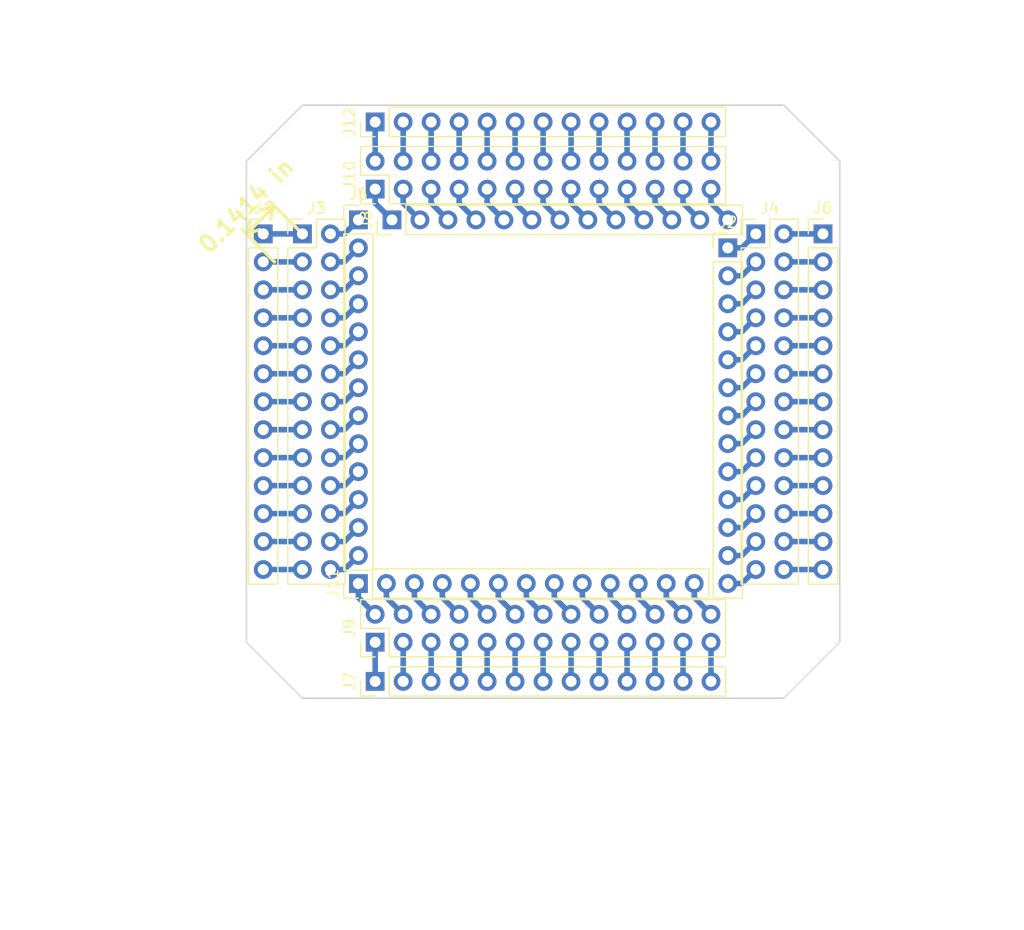
<source format=kicad_pcb>
(kicad_pcb (version 20171130) (host pcbnew "(5.0.0)")

  (general
    (thickness 1.6)
    (drawings 19)
    (tracks 156)
    (zones 0)
    (modules 12)
    (nets 105)
  )

  (page A4)
  (layers
    (0 F.Cu signal)
    (31 B.Cu signal)
    (32 B.Adhes user)
    (33 F.Adhes user)
    (34 B.Paste user)
    (35 F.Paste user)
    (36 B.SilkS user)
    (37 F.SilkS user hide)
    (38 B.Mask user)
    (39 F.Mask user)
    (40 Dwgs.User user)
    (41 Cmts.User user)
    (42 Eco1.User user)
    (43 Eco2.User user)
    (44 Edge.Cuts user)
    (45 Margin user hide)
    (46 B.CrtYd user hide)
    (47 F.CrtYd user hide)
    (48 B.Fab user hide)
    (49 F.Fab user hide)
  )

  (setup
    (last_trace_width 0.508)
    (user_trace_width 0.381)
    (user_trace_width 0.508)
    (user_trace_width 0.635)
    (user_trace_width 0.762)
    (trace_clearance 0.2)
    (zone_clearance 0.508)
    (zone_45_only no)
    (trace_min 0.2)
    (segment_width 0.2)
    (edge_width 0.15)
    (via_size 0.8)
    (via_drill 0.4)
    (via_min_size 0.4)
    (via_min_drill 0.3)
    (uvia_size 0.3)
    (uvia_drill 0.1)
    (uvias_allowed no)
    (uvia_min_size 0.2)
    (uvia_min_drill 0.1)
    (pcb_text_width 0.3)
    (pcb_text_size 1.5 1.5)
    (mod_edge_width 0.15)
    (mod_text_size 1 1)
    (mod_text_width 0.15)
    (pad_size 1.7 1.7)
    (pad_drill 1)
    (pad_to_mask_clearance 0.2)
    (aux_axis_origin 0 0)
    (visible_elements FFFFFF7F)
    (pcbplotparams
      (layerselection 0x010fc_ffffffff)
      (usegerberextensions false)
      (usegerberattributes false)
      (usegerberadvancedattributes false)
      (creategerberjobfile false)
      (excludeedgelayer true)
      (linewidth 0.100000)
      (plotframeref false)
      (viasonmask false)
      (mode 1)
      (useauxorigin false)
      (hpglpennumber 1)
      (hpglpenspeed 20)
      (hpglpendiameter 15.000000)
      (psnegative false)
      (psa4output false)
      (plotreference true)
      (plotvalue true)
      (plotinvisibletext false)
      (padsonsilk false)
      (subtractmaskfromsilk false)
      (outputformat 1)
      (mirror false)
      (drillshape 1)
      (scaleselection 1)
      (outputdirectory ""))
  )

  (net 0 "")
  (net 1 "Net-(J1-Pad1)")
  (net 2 "Net-(J1-Pad2)")
  (net 3 "Net-(J1-Pad3)")
  (net 4 "Net-(J1-Pad4)")
  (net 5 "Net-(J1-Pad5)")
  (net 6 "Net-(J1-Pad6)")
  (net 7 "Net-(J1-Pad7)")
  (net 8 "Net-(J1-Pad8)")
  (net 9 "Net-(J1-Pad9)")
  (net 10 "Net-(J1-Pad10)")
  (net 11 "Net-(J1-Pad11)")
  (net 12 "Net-(J1-Pad12)")
  (net 13 "Net-(J1-Pad13)")
  (net 14 "Net-(J2-Pad1)")
  (net 15 "Net-(J2-Pad2)")
  (net 16 "Net-(J2-Pad3)")
  (net 17 "Net-(J2-Pad4)")
  (net 18 "Net-(J2-Pad5)")
  (net 19 "Net-(J2-Pad6)")
  (net 20 "Net-(J2-Pad7)")
  (net 21 "Net-(J2-Pad8)")
  (net 22 "Net-(J2-Pad9)")
  (net 23 "Net-(J2-Pad10)")
  (net 24 "Net-(J2-Pad11)")
  (net 25 "Net-(J2-Pad12)")
  (net 26 "Net-(J2-Pad13)")
  (net 27 "Net-(J3-Pad2)")
  (net 28 "Net-(J3-Pad4)")
  (net 29 "Net-(J3-Pad6)")
  (net 30 "Net-(J3-Pad8)")
  (net 31 "Net-(J3-Pad10)")
  (net 32 "Net-(J3-Pad12)")
  (net 33 "Net-(J3-Pad14)")
  (net 34 "Net-(J3-Pad16)")
  (net 35 "Net-(J3-Pad18)")
  (net 36 "Net-(J3-Pad20)")
  (net 37 "Net-(J3-Pad22)")
  (net 38 "Net-(J3-Pad24)")
  (net 39 "Net-(J3-Pad26)")
  (net 40 "Net-(J4-Pad2)")
  (net 41 "Net-(J4-Pad4)")
  (net 42 "Net-(J4-Pad6)")
  (net 43 "Net-(J4-Pad8)")
  (net 44 "Net-(J4-Pad10)")
  (net 45 "Net-(J4-Pad12)")
  (net 46 "Net-(J4-Pad14)")
  (net 47 "Net-(J4-Pad16)")
  (net 48 "Net-(J4-Pad18)")
  (net 49 "Net-(J4-Pad20)")
  (net 50 "Net-(J4-Pad22)")
  (net 51 "Net-(J4-Pad24)")
  (net 52 "Net-(J4-Pad26)")
  (net 53 "Net-(J7-Pad1)")
  (net 54 "Net-(J7-Pad2)")
  (net 55 "Net-(J7-Pad3)")
  (net 56 "Net-(J7-Pad4)")
  (net 57 "Net-(J7-Pad5)")
  (net 58 "Net-(J7-Pad6)")
  (net 59 "Net-(J7-Pad7)")
  (net 60 "Net-(J7-Pad8)")
  (net 61 "Net-(J7-Pad9)")
  (net 62 "Net-(J7-Pad10)")
  (net 63 "Net-(J7-Pad11)")
  (net 64 "Net-(J7-Pad12)")
  (net 65 "Net-(J7-Pad13)")
  (net 66 "Net-(J10-Pad1)")
  (net 67 "Net-(J10-Pad3)")
  (net 68 "Net-(J10-Pad5)")
  (net 69 "Net-(J10-Pad7)")
  (net 70 "Net-(J10-Pad9)")
  (net 71 "Net-(J10-Pad11)")
  (net 72 "Net-(J10-Pad13)")
  (net 73 "Net-(J10-Pad15)")
  (net 74 "Net-(J10-Pad17)")
  (net 75 "Net-(J10-Pad19)")
  (net 76 "Net-(J10-Pad21)")
  (net 77 "Net-(J10-Pad23)")
  (net 78 "Net-(J10-Pad25)")
  (net 79 "Net-(J11-Pad13)")
  (net 80 "Net-(J11-Pad12)")
  (net 81 "Net-(J11-Pad11)")
  (net 82 "Net-(J11-Pad10)")
  (net 83 "Net-(J11-Pad9)")
  (net 84 "Net-(J11-Pad8)")
  (net 85 "Net-(J11-Pad7)")
  (net 86 "Net-(J11-Pad6)")
  (net 87 "Net-(J11-Pad5)")
  (net 88 "Net-(J11-Pad4)")
  (net 89 "Net-(J11-Pad3)")
  (net 90 "Net-(J11-Pad2)")
  (net 91 "Net-(J11-Pad1)")
  (net 92 "Net-(J10-Pad26)")
  (net 93 "Net-(J10-Pad24)")
  (net 94 "Net-(J10-Pad22)")
  (net 95 "Net-(J10-Pad20)")
  (net 96 "Net-(J10-Pad18)")
  (net 97 "Net-(J10-Pad16)")
  (net 98 "Net-(J10-Pad14)")
  (net 99 "Net-(J10-Pad12)")
  (net 100 "Net-(J10-Pad10)")
  (net 101 "Net-(J10-Pad8)")
  (net 102 "Net-(J10-Pad6)")
  (net 103 "Net-(J10-Pad4)")
  (net 104 "Net-(J10-Pad2)")

  (net_class Default "This is the default net class."
    (clearance 0.2)
    (trace_width 0.25)
    (via_dia 0.8)
    (via_drill 0.4)
    (uvia_dia 0.3)
    (uvia_drill 0.1)
    (add_net "Net-(J1-Pad1)")
    (add_net "Net-(J1-Pad10)")
    (add_net "Net-(J1-Pad11)")
    (add_net "Net-(J1-Pad12)")
    (add_net "Net-(J1-Pad13)")
    (add_net "Net-(J1-Pad2)")
    (add_net "Net-(J1-Pad3)")
    (add_net "Net-(J1-Pad4)")
    (add_net "Net-(J1-Pad5)")
    (add_net "Net-(J1-Pad6)")
    (add_net "Net-(J1-Pad7)")
    (add_net "Net-(J1-Pad8)")
    (add_net "Net-(J1-Pad9)")
    (add_net "Net-(J10-Pad1)")
    (add_net "Net-(J10-Pad10)")
    (add_net "Net-(J10-Pad11)")
    (add_net "Net-(J10-Pad12)")
    (add_net "Net-(J10-Pad13)")
    (add_net "Net-(J10-Pad14)")
    (add_net "Net-(J10-Pad15)")
    (add_net "Net-(J10-Pad16)")
    (add_net "Net-(J10-Pad17)")
    (add_net "Net-(J10-Pad18)")
    (add_net "Net-(J10-Pad19)")
    (add_net "Net-(J10-Pad2)")
    (add_net "Net-(J10-Pad20)")
    (add_net "Net-(J10-Pad21)")
    (add_net "Net-(J10-Pad22)")
    (add_net "Net-(J10-Pad23)")
    (add_net "Net-(J10-Pad24)")
    (add_net "Net-(J10-Pad25)")
    (add_net "Net-(J10-Pad26)")
    (add_net "Net-(J10-Pad3)")
    (add_net "Net-(J10-Pad4)")
    (add_net "Net-(J10-Pad5)")
    (add_net "Net-(J10-Pad6)")
    (add_net "Net-(J10-Pad7)")
    (add_net "Net-(J10-Pad8)")
    (add_net "Net-(J10-Pad9)")
    (add_net "Net-(J11-Pad1)")
    (add_net "Net-(J11-Pad10)")
    (add_net "Net-(J11-Pad11)")
    (add_net "Net-(J11-Pad12)")
    (add_net "Net-(J11-Pad13)")
    (add_net "Net-(J11-Pad2)")
    (add_net "Net-(J11-Pad3)")
    (add_net "Net-(J11-Pad4)")
    (add_net "Net-(J11-Pad5)")
    (add_net "Net-(J11-Pad6)")
    (add_net "Net-(J11-Pad7)")
    (add_net "Net-(J11-Pad8)")
    (add_net "Net-(J11-Pad9)")
    (add_net "Net-(J2-Pad1)")
    (add_net "Net-(J2-Pad10)")
    (add_net "Net-(J2-Pad11)")
    (add_net "Net-(J2-Pad12)")
    (add_net "Net-(J2-Pad13)")
    (add_net "Net-(J2-Pad2)")
    (add_net "Net-(J2-Pad3)")
    (add_net "Net-(J2-Pad4)")
    (add_net "Net-(J2-Pad5)")
    (add_net "Net-(J2-Pad6)")
    (add_net "Net-(J2-Pad7)")
    (add_net "Net-(J2-Pad8)")
    (add_net "Net-(J2-Pad9)")
    (add_net "Net-(J3-Pad10)")
    (add_net "Net-(J3-Pad12)")
    (add_net "Net-(J3-Pad14)")
    (add_net "Net-(J3-Pad16)")
    (add_net "Net-(J3-Pad18)")
    (add_net "Net-(J3-Pad2)")
    (add_net "Net-(J3-Pad20)")
    (add_net "Net-(J3-Pad22)")
    (add_net "Net-(J3-Pad24)")
    (add_net "Net-(J3-Pad26)")
    (add_net "Net-(J3-Pad4)")
    (add_net "Net-(J3-Pad6)")
    (add_net "Net-(J3-Pad8)")
    (add_net "Net-(J4-Pad10)")
    (add_net "Net-(J4-Pad12)")
    (add_net "Net-(J4-Pad14)")
    (add_net "Net-(J4-Pad16)")
    (add_net "Net-(J4-Pad18)")
    (add_net "Net-(J4-Pad2)")
    (add_net "Net-(J4-Pad20)")
    (add_net "Net-(J4-Pad22)")
    (add_net "Net-(J4-Pad24)")
    (add_net "Net-(J4-Pad26)")
    (add_net "Net-(J4-Pad4)")
    (add_net "Net-(J4-Pad6)")
    (add_net "Net-(J4-Pad8)")
    (add_net "Net-(J7-Pad1)")
    (add_net "Net-(J7-Pad10)")
    (add_net "Net-(J7-Pad11)")
    (add_net "Net-(J7-Pad12)")
    (add_net "Net-(J7-Pad13)")
    (add_net "Net-(J7-Pad2)")
    (add_net "Net-(J7-Pad3)")
    (add_net "Net-(J7-Pad4)")
    (add_net "Net-(J7-Pad5)")
    (add_net "Net-(J7-Pad6)")
    (add_net "Net-(J7-Pad7)")
    (add_net "Net-(J7-Pad8)")
    (add_net "Net-(J7-Pad9)")
  )

  (module Connector_PinHeader_2.54mm:PinHeader_1x13_P2.54mm_Vertical (layer F.Cu) (tedit 59FED5CC) (tstamp 5CA650D3)
    (at 123.444 50.8)
    (descr "Through hole straight pin header, 1x13, 2.54mm pitch, single row")
    (tags "Through hole pin header THT 1x13 2.54mm single row")
    (path /5C9AD940)
    (fp_text reference J1 (at 0 -2.33) (layer F.SilkS)
      (effects (font (size 1 1) (thickness 0.15)))
    )
    (fp_text value Conn_01x13_Male (at 0 32.81) (layer F.Fab)
      (effects (font (size 1 1) (thickness 0.15)))
    )
    (fp_line (start -0.635 -1.27) (end 1.27 -1.27) (layer F.Fab) (width 0.1))
    (fp_line (start 1.27 -1.27) (end 1.27 31.75) (layer F.Fab) (width 0.1))
    (fp_line (start 1.27 31.75) (end -1.27 31.75) (layer F.Fab) (width 0.1))
    (fp_line (start -1.27 31.75) (end -1.27 -0.635) (layer F.Fab) (width 0.1))
    (fp_line (start -1.27 -0.635) (end -0.635 -1.27) (layer F.Fab) (width 0.1))
    (fp_line (start -1.33 31.81) (end 1.33 31.81) (layer F.SilkS) (width 0.12))
    (fp_line (start -1.33 1.27) (end -1.33 31.81) (layer F.SilkS) (width 0.12))
    (fp_line (start 1.33 1.27) (end 1.33 31.81) (layer F.SilkS) (width 0.12))
    (fp_line (start -1.33 1.27) (end 1.33 1.27) (layer F.SilkS) (width 0.12))
    (fp_line (start -1.33 0) (end -1.33 -1.33) (layer F.SilkS) (width 0.12))
    (fp_line (start -1.33 -1.33) (end 0 -1.33) (layer F.SilkS) (width 0.12))
    (fp_line (start -1.8 -1.8) (end -1.8 32.25) (layer F.CrtYd) (width 0.05))
    (fp_line (start -1.8 32.25) (end 1.8 32.25) (layer F.CrtYd) (width 0.05))
    (fp_line (start 1.8 32.25) (end 1.8 -1.8) (layer F.CrtYd) (width 0.05))
    (fp_line (start 1.8 -1.8) (end -1.8 -1.8) (layer F.CrtYd) (width 0.05))
    (fp_text user %R (at 0 15.24 90) (layer F.Fab)
      (effects (font (size 1 1) (thickness 0.15)))
    )
    (pad 1 thru_hole rect (at 0 0) (size 1.7 1.7) (drill 1) (layers *.Cu *.Mask)
      (net 1 "Net-(J1-Pad1)"))
    (pad 2 thru_hole oval (at 0 2.54) (size 1.7 1.7) (drill 1) (layers *.Cu *.Mask)
      (net 2 "Net-(J1-Pad2)"))
    (pad 3 thru_hole oval (at 0 5.08) (size 1.7 1.7) (drill 1) (layers *.Cu *.Mask)
      (net 3 "Net-(J1-Pad3)"))
    (pad 4 thru_hole oval (at 0 7.62) (size 1.7 1.7) (drill 1) (layers *.Cu *.Mask)
      (net 4 "Net-(J1-Pad4)"))
    (pad 5 thru_hole oval (at 0 10.16) (size 1.7 1.7) (drill 1) (layers *.Cu *.Mask)
      (net 5 "Net-(J1-Pad5)"))
    (pad 6 thru_hole oval (at 0 12.7) (size 1.7 1.7) (drill 1) (layers *.Cu *.Mask)
      (net 6 "Net-(J1-Pad6)"))
    (pad 7 thru_hole oval (at 0 15.24) (size 1.7 1.7) (drill 1) (layers *.Cu *.Mask)
      (net 7 "Net-(J1-Pad7)"))
    (pad 8 thru_hole oval (at 0 17.78) (size 1.7 1.7) (drill 1) (layers *.Cu *.Mask)
      (net 8 "Net-(J1-Pad8)"))
    (pad 9 thru_hole oval (at 0 20.32) (size 1.7 1.7) (drill 1) (layers *.Cu *.Mask)
      (net 9 "Net-(J1-Pad9)"))
    (pad 10 thru_hole oval (at 0 22.86) (size 1.7 1.7) (drill 1) (layers *.Cu *.Mask)
      (net 10 "Net-(J1-Pad10)"))
    (pad 11 thru_hole oval (at 0 25.4) (size 1.7 1.7) (drill 1) (layers *.Cu *.Mask)
      (net 11 "Net-(J1-Pad11)"))
    (pad 12 thru_hole oval (at 0 27.94) (size 1.7 1.7) (drill 1) (layers *.Cu *.Mask)
      (net 12 "Net-(J1-Pad12)"))
    (pad 13 thru_hole oval (at 0 30.48) (size 1.7 1.7) (drill 1) (layers *.Cu *.Mask)
      (net 13 "Net-(J1-Pad13)"))
    (model ${KISYS3DMOD}/Connector_PinHeader_2.54mm.3dshapes/PinHeader_1x13_P2.54mm_Vertical.wrl
      (at (xyz 0 0 0))
      (scale (xyz 1 1 1))
      (rotate (xyz 0 0 0))
    )
  )

  (module Connector_PinHeader_2.54mm:PinHeader_1x13_P2.54mm_Vertical (layer F.Cu) (tedit 59FED5CC) (tstamp 5CA650F4)
    (at 165.608 52.07)
    (descr "Through hole straight pin header, 1x13, 2.54mm pitch, single row")
    (tags "Through hole pin header THT 1x13 2.54mm single row")
    (path /5C9A8E9D)
    (fp_text reference J2 (at 0 -2.33) (layer F.SilkS)
      (effects (font (size 1 1) (thickness 0.15)))
    )
    (fp_text value Conn_01x13_Male (at 0 32.81) (layer F.Fab)
      (effects (font (size 1 1) (thickness 0.15)))
    )
    (fp_line (start -0.635 -1.27) (end 1.27 -1.27) (layer F.Fab) (width 0.1))
    (fp_line (start 1.27 -1.27) (end 1.27 31.75) (layer F.Fab) (width 0.1))
    (fp_line (start 1.27 31.75) (end -1.27 31.75) (layer F.Fab) (width 0.1))
    (fp_line (start -1.27 31.75) (end -1.27 -0.635) (layer F.Fab) (width 0.1))
    (fp_line (start -1.27 -0.635) (end -0.635 -1.27) (layer F.Fab) (width 0.1))
    (fp_line (start -1.33 31.81) (end 1.33 31.81) (layer F.SilkS) (width 0.12))
    (fp_line (start -1.33 1.27) (end -1.33 31.81) (layer F.SilkS) (width 0.12))
    (fp_line (start 1.33 1.27) (end 1.33 31.81) (layer F.SilkS) (width 0.12))
    (fp_line (start -1.33 1.27) (end 1.33 1.27) (layer F.SilkS) (width 0.12))
    (fp_line (start -1.33 0) (end -1.33 -1.33) (layer F.SilkS) (width 0.12))
    (fp_line (start -1.33 -1.33) (end 0 -1.33) (layer F.SilkS) (width 0.12))
    (fp_line (start -1.8 -1.8) (end -1.8 32.25) (layer F.CrtYd) (width 0.05))
    (fp_line (start -1.8 32.25) (end 1.8 32.25) (layer F.CrtYd) (width 0.05))
    (fp_line (start 1.8 32.25) (end 1.8 -1.8) (layer F.CrtYd) (width 0.05))
    (fp_line (start 1.8 -1.8) (end -1.8 -1.8) (layer F.CrtYd) (width 0.05))
    (fp_text user %R (at 0 15.24 90) (layer F.Fab)
      (effects (font (size 1 1) (thickness 0.15)))
    )
    (pad 1 thru_hole rect (at 0 0) (size 1.7 1.7) (drill 1) (layers *.Cu *.Mask)
      (net 14 "Net-(J2-Pad1)"))
    (pad 2 thru_hole oval (at 0 2.54) (size 1.7 1.7) (drill 1) (layers *.Cu *.Mask)
      (net 15 "Net-(J2-Pad2)"))
    (pad 3 thru_hole oval (at 0 5.08) (size 1.7 1.7) (drill 1) (layers *.Cu *.Mask)
      (net 16 "Net-(J2-Pad3)"))
    (pad 4 thru_hole oval (at 0 7.62) (size 1.7 1.7) (drill 1) (layers *.Cu *.Mask)
      (net 17 "Net-(J2-Pad4)"))
    (pad 5 thru_hole oval (at 0 10.16) (size 1.7 1.7) (drill 1) (layers *.Cu *.Mask)
      (net 18 "Net-(J2-Pad5)"))
    (pad 6 thru_hole oval (at 0 12.7) (size 1.7 1.7) (drill 1) (layers *.Cu *.Mask)
      (net 19 "Net-(J2-Pad6)"))
    (pad 7 thru_hole oval (at 0 15.24) (size 1.7 1.7) (drill 1) (layers *.Cu *.Mask)
      (net 20 "Net-(J2-Pad7)"))
    (pad 8 thru_hole oval (at 0 17.78) (size 1.7 1.7) (drill 1) (layers *.Cu *.Mask)
      (net 21 "Net-(J2-Pad8)"))
    (pad 9 thru_hole oval (at 0 20.32) (size 1.7 1.7) (drill 1) (layers *.Cu *.Mask)
      (net 22 "Net-(J2-Pad9)"))
    (pad 10 thru_hole oval (at 0 22.86) (size 1.7 1.7) (drill 1) (layers *.Cu *.Mask)
      (net 23 "Net-(J2-Pad10)"))
    (pad 11 thru_hole oval (at 0 25.4) (size 1.7 1.7) (drill 1) (layers *.Cu *.Mask)
      (net 24 "Net-(J2-Pad11)"))
    (pad 12 thru_hole oval (at 0 27.94) (size 1.7 1.7) (drill 1) (layers *.Cu *.Mask)
      (net 25 "Net-(J2-Pad12)"))
    (pad 13 thru_hole oval (at 0 30.48) (size 1.7 1.7) (drill 1) (layers *.Cu *.Mask)
      (net 26 "Net-(J2-Pad13)"))
    (model ${KISYS3DMOD}/Connector_PinHeader_2.54mm.3dshapes/PinHeader_1x13_P2.54mm_Vertical.wrl
      (at (xyz 0 0 0))
      (scale (xyz 1 1 1))
      (rotate (xyz 0 0 0))
    )
  )

  (module Connector_PinHeader_2.54mm:PinHeader_1x13_P2.54mm_Vertical (layer F.Cu) (tedit 59FED5CC) (tstamp 5CA65185)
    (at 132.08 49.53)
    (descr "Through hole straight pin header, 1x13, 2.54mm pitch, single row")
    (tags "Through hole pin header THT 1x13 2.54mm single row")
    (path /5C9AD947)
    (fp_text reference J5 (at 0 -2.33) (layer F.SilkS)
      (effects (font (size 1 1) (thickness 0.15)))
    )
    (fp_text value Conn_01x13_Male (at 0 32.81) (layer F.Fab)
      (effects (font (size 1 1) (thickness 0.15)))
    )
    (fp_text user %R (at 0 15.24 90) (layer F.Fab)
      (effects (font (size 1 1) (thickness 0.15)))
    )
    (fp_line (start 1.8 -1.8) (end -1.8 -1.8) (layer F.CrtYd) (width 0.05))
    (fp_line (start 1.8 32.25) (end 1.8 -1.8) (layer F.CrtYd) (width 0.05))
    (fp_line (start -1.8 32.25) (end 1.8 32.25) (layer F.CrtYd) (width 0.05))
    (fp_line (start -1.8 -1.8) (end -1.8 32.25) (layer F.CrtYd) (width 0.05))
    (fp_line (start -1.33 -1.33) (end 0 -1.33) (layer F.SilkS) (width 0.12))
    (fp_line (start -1.33 0) (end -1.33 -1.33) (layer F.SilkS) (width 0.12))
    (fp_line (start -1.33 1.27) (end 1.33 1.27) (layer F.SilkS) (width 0.12))
    (fp_line (start 1.33 1.27) (end 1.33 31.81) (layer F.SilkS) (width 0.12))
    (fp_line (start -1.33 1.27) (end -1.33 31.81) (layer F.SilkS) (width 0.12))
    (fp_line (start -1.33 31.81) (end 1.33 31.81) (layer F.SilkS) (width 0.12))
    (fp_line (start -1.27 -0.635) (end -0.635 -1.27) (layer F.Fab) (width 0.1))
    (fp_line (start -1.27 31.75) (end -1.27 -0.635) (layer F.Fab) (width 0.1))
    (fp_line (start 1.27 31.75) (end -1.27 31.75) (layer F.Fab) (width 0.1))
    (fp_line (start 1.27 -1.27) (end 1.27 31.75) (layer F.Fab) (width 0.1))
    (fp_line (start -0.635 -1.27) (end 1.27 -1.27) (layer F.Fab) (width 0.1))
    (pad 13 thru_hole oval (at 0 30.48) (size 1.7 1.7) (drill 1) (layers *.Cu *.Mask)
      (net 39 "Net-(J3-Pad26)"))
    (pad 12 thru_hole oval (at 0 27.94) (size 1.7 1.7) (drill 1) (layers *.Cu *.Mask)
      (net 38 "Net-(J3-Pad24)"))
    (pad 11 thru_hole oval (at 0 25.4) (size 1.7 1.7) (drill 1) (layers *.Cu *.Mask)
      (net 37 "Net-(J3-Pad22)"))
    (pad 10 thru_hole oval (at 0 22.86) (size 1.7 1.7) (drill 1) (layers *.Cu *.Mask)
      (net 36 "Net-(J3-Pad20)"))
    (pad 9 thru_hole oval (at 0 20.32) (size 1.7 1.7) (drill 1) (layers *.Cu *.Mask)
      (net 35 "Net-(J3-Pad18)"))
    (pad 8 thru_hole oval (at 0 17.78) (size 1.7 1.7) (drill 1) (layers *.Cu *.Mask)
      (net 34 "Net-(J3-Pad16)"))
    (pad 7 thru_hole oval (at 0 15.24) (size 1.7 1.7) (drill 1) (layers *.Cu *.Mask)
      (net 33 "Net-(J3-Pad14)"))
    (pad 6 thru_hole oval (at 0 12.7) (size 1.7 1.7) (drill 1) (layers *.Cu *.Mask)
      (net 32 "Net-(J3-Pad12)"))
    (pad 5 thru_hole oval (at 0 10.16) (size 1.7 1.7) (drill 1) (layers *.Cu *.Mask)
      (net 31 "Net-(J3-Pad10)"))
    (pad 4 thru_hole oval (at 0 7.62) (size 1.7 1.7) (drill 1) (layers *.Cu *.Mask)
      (net 30 "Net-(J3-Pad8)"))
    (pad 3 thru_hole oval (at 0 5.08) (size 1.7 1.7) (drill 1) (layers *.Cu *.Mask)
      (net 29 "Net-(J3-Pad6)"))
    (pad 2 thru_hole oval (at 0 2.54) (size 1.7 1.7) (drill 1) (layers *.Cu *.Mask)
      (net 28 "Net-(J3-Pad4)"))
    (pad 1 thru_hole rect (at 0 0) (size 1.7 1.7) (drill 1) (layers *.Cu *.Mask)
      (net 27 "Net-(J3-Pad2)"))
    (model ${KISYS3DMOD}/Connector_PinHeader_2.54mm.3dshapes/PinHeader_1x13_P2.54mm_Vertical.wrl
      (at (xyz 0 0 0))
      (scale (xyz 1 1 1))
      (rotate (xyz 0 0 0))
    )
  )

  (module Connector_PinHeader_2.54mm:PinHeader_1x13_P2.54mm_Vertical (layer F.Cu) (tedit 59FED5CC) (tstamp 5CA651A6)
    (at 174.244 50.8)
    (descr "Through hole straight pin header, 1x13, 2.54mm pitch, single row")
    (tags "Through hole pin header THT 1x13 2.54mm single row")
    (path /5C9A8ED9)
    (fp_text reference J6 (at 0 -2.33) (layer F.SilkS)
      (effects (font (size 1 1) (thickness 0.15)))
    )
    (fp_text value Conn_01x13_Male (at 0 32.81) (layer F.Fab)
      (effects (font (size 1 1) (thickness 0.15)))
    )
    (fp_text user %R (at 0 15.24 90) (layer F.Fab)
      (effects (font (size 1 1) (thickness 0.15)))
    )
    (fp_line (start 1.8 -1.8) (end -1.8 -1.8) (layer F.CrtYd) (width 0.05))
    (fp_line (start 1.8 32.25) (end 1.8 -1.8) (layer F.CrtYd) (width 0.05))
    (fp_line (start -1.8 32.25) (end 1.8 32.25) (layer F.CrtYd) (width 0.05))
    (fp_line (start -1.8 -1.8) (end -1.8 32.25) (layer F.CrtYd) (width 0.05))
    (fp_line (start -1.33 -1.33) (end 0 -1.33) (layer F.SilkS) (width 0.12))
    (fp_line (start -1.33 0) (end -1.33 -1.33) (layer F.SilkS) (width 0.12))
    (fp_line (start -1.33 1.27) (end 1.33 1.27) (layer F.SilkS) (width 0.12))
    (fp_line (start 1.33 1.27) (end 1.33 31.81) (layer F.SilkS) (width 0.12))
    (fp_line (start -1.33 1.27) (end -1.33 31.81) (layer F.SilkS) (width 0.12))
    (fp_line (start -1.33 31.81) (end 1.33 31.81) (layer F.SilkS) (width 0.12))
    (fp_line (start -1.27 -0.635) (end -0.635 -1.27) (layer F.Fab) (width 0.1))
    (fp_line (start -1.27 31.75) (end -1.27 -0.635) (layer F.Fab) (width 0.1))
    (fp_line (start 1.27 31.75) (end -1.27 31.75) (layer F.Fab) (width 0.1))
    (fp_line (start 1.27 -1.27) (end 1.27 31.75) (layer F.Fab) (width 0.1))
    (fp_line (start -0.635 -1.27) (end 1.27 -1.27) (layer F.Fab) (width 0.1))
    (pad 13 thru_hole oval (at 0 30.48) (size 1.7 1.7) (drill 1) (layers *.Cu *.Mask)
      (net 52 "Net-(J4-Pad26)"))
    (pad 12 thru_hole oval (at 0 27.94) (size 1.7 1.7) (drill 1) (layers *.Cu *.Mask)
      (net 51 "Net-(J4-Pad24)"))
    (pad 11 thru_hole oval (at 0 25.4) (size 1.7 1.7) (drill 1) (layers *.Cu *.Mask)
      (net 50 "Net-(J4-Pad22)"))
    (pad 10 thru_hole oval (at 0 22.86) (size 1.7 1.7) (drill 1) (layers *.Cu *.Mask)
      (net 49 "Net-(J4-Pad20)"))
    (pad 9 thru_hole oval (at 0 20.32) (size 1.7 1.7) (drill 1) (layers *.Cu *.Mask)
      (net 48 "Net-(J4-Pad18)"))
    (pad 8 thru_hole oval (at 0 17.78) (size 1.7 1.7) (drill 1) (layers *.Cu *.Mask)
      (net 47 "Net-(J4-Pad16)"))
    (pad 7 thru_hole oval (at 0 15.24) (size 1.7 1.7) (drill 1) (layers *.Cu *.Mask)
      (net 46 "Net-(J4-Pad14)"))
    (pad 6 thru_hole oval (at 0 12.7) (size 1.7 1.7) (drill 1) (layers *.Cu *.Mask)
      (net 45 "Net-(J4-Pad12)"))
    (pad 5 thru_hole oval (at 0 10.16) (size 1.7 1.7) (drill 1) (layers *.Cu *.Mask)
      (net 44 "Net-(J4-Pad10)"))
    (pad 4 thru_hole oval (at 0 7.62) (size 1.7 1.7) (drill 1) (layers *.Cu *.Mask)
      (net 43 "Net-(J4-Pad8)"))
    (pad 3 thru_hole oval (at 0 5.08) (size 1.7 1.7) (drill 1) (layers *.Cu *.Mask)
      (net 42 "Net-(J4-Pad6)"))
    (pad 2 thru_hole oval (at 0 2.54) (size 1.7 1.7) (drill 1) (layers *.Cu *.Mask)
      (net 41 "Net-(J4-Pad4)"))
    (pad 1 thru_hole rect (at 0 0) (size 1.7 1.7) (drill 1) (layers *.Cu *.Mask)
      (net 40 "Net-(J4-Pad2)"))
    (model ${KISYS3DMOD}/Connector_PinHeader_2.54mm.3dshapes/PinHeader_1x13_P2.54mm_Vertical.wrl
      (at (xyz 0 0 0))
      (scale (xyz 1 1 1))
      (rotate (xyz 0 0 0))
    )
  )

  (module Connector_PinHeader_2.54mm:PinHeader_1x13_P2.54mm_Vertical (layer F.Cu) (tedit 59FED5CC) (tstamp 5CA651C7)
    (at 133.604 91.44 90)
    (descr "Through hole straight pin header, 1x13, 2.54mm pitch, single row")
    (tags "Through hole pin header THT 1x13 2.54mm single row")
    (path /5C9AC933)
    (fp_text reference J7 (at 0 -2.33 90) (layer F.SilkS)
      (effects (font (size 1 1) (thickness 0.15)))
    )
    (fp_text value Conn_01x13_Male (at 0 32.81 90) (layer F.Fab)
      (effects (font (size 1 1) (thickness 0.15)))
    )
    (fp_line (start -0.635 -1.27) (end 1.27 -1.27) (layer F.Fab) (width 0.1))
    (fp_line (start 1.27 -1.27) (end 1.27 31.75) (layer F.Fab) (width 0.1))
    (fp_line (start 1.27 31.75) (end -1.27 31.75) (layer F.Fab) (width 0.1))
    (fp_line (start -1.27 31.75) (end -1.27 -0.635) (layer F.Fab) (width 0.1))
    (fp_line (start -1.27 -0.635) (end -0.635 -1.27) (layer F.Fab) (width 0.1))
    (fp_line (start -1.33 31.81) (end 1.33 31.81) (layer F.SilkS) (width 0.12))
    (fp_line (start -1.33 1.27) (end -1.33 31.81) (layer F.SilkS) (width 0.12))
    (fp_line (start 1.33 1.27) (end 1.33 31.81) (layer F.SilkS) (width 0.12))
    (fp_line (start -1.33 1.27) (end 1.33 1.27) (layer F.SilkS) (width 0.12))
    (fp_line (start -1.33 0) (end -1.33 -1.33) (layer F.SilkS) (width 0.12))
    (fp_line (start -1.33 -1.33) (end 0 -1.33) (layer F.SilkS) (width 0.12))
    (fp_line (start -1.8 -1.8) (end -1.8 32.25) (layer F.CrtYd) (width 0.05))
    (fp_line (start -1.8 32.25) (end 1.8 32.25) (layer F.CrtYd) (width 0.05))
    (fp_line (start 1.8 32.25) (end 1.8 -1.8) (layer F.CrtYd) (width 0.05))
    (fp_line (start 1.8 -1.8) (end -1.8 -1.8) (layer F.CrtYd) (width 0.05))
    (fp_text user %R (at 0 15.24 180) (layer F.Fab)
      (effects (font (size 1 1) (thickness 0.15)))
    )
    (pad 1 thru_hole rect (at 0 0 90) (size 1.7 1.7) (drill 1) (layers *.Cu *.Mask)
      (net 53 "Net-(J7-Pad1)"))
    (pad 2 thru_hole oval (at 0 2.54 90) (size 1.7 1.7) (drill 1) (layers *.Cu *.Mask)
      (net 54 "Net-(J7-Pad2)"))
    (pad 3 thru_hole oval (at 0 5.08 90) (size 1.7 1.7) (drill 1) (layers *.Cu *.Mask)
      (net 55 "Net-(J7-Pad3)"))
    (pad 4 thru_hole oval (at 0 7.62 90) (size 1.7 1.7) (drill 1) (layers *.Cu *.Mask)
      (net 56 "Net-(J7-Pad4)"))
    (pad 5 thru_hole oval (at 0 10.16 90) (size 1.7 1.7) (drill 1) (layers *.Cu *.Mask)
      (net 57 "Net-(J7-Pad5)"))
    (pad 6 thru_hole oval (at 0 12.7 90) (size 1.7 1.7) (drill 1) (layers *.Cu *.Mask)
      (net 58 "Net-(J7-Pad6)"))
    (pad 7 thru_hole oval (at 0 15.24 90) (size 1.7 1.7) (drill 1) (layers *.Cu *.Mask)
      (net 59 "Net-(J7-Pad7)"))
    (pad 8 thru_hole oval (at 0 17.78 90) (size 1.7 1.7) (drill 1) (layers *.Cu *.Mask)
      (net 60 "Net-(J7-Pad8)"))
    (pad 9 thru_hole oval (at 0 20.32 90) (size 1.7 1.7) (drill 1) (layers *.Cu *.Mask)
      (net 61 "Net-(J7-Pad9)"))
    (pad 10 thru_hole oval (at 0 22.86 90) (size 1.7 1.7) (drill 1) (layers *.Cu *.Mask)
      (net 62 "Net-(J7-Pad10)"))
    (pad 11 thru_hole oval (at 0 25.4 90) (size 1.7 1.7) (drill 1) (layers *.Cu *.Mask)
      (net 63 "Net-(J7-Pad11)"))
    (pad 12 thru_hole oval (at 0 27.94 90) (size 1.7 1.7) (drill 1) (layers *.Cu *.Mask)
      (net 64 "Net-(J7-Pad12)"))
    (pad 13 thru_hole oval (at 0 30.48 90) (size 1.7 1.7) (drill 1) (layers *.Cu *.Mask)
      (net 65 "Net-(J7-Pad13)"))
    (model ${KISYS3DMOD}/Connector_PinHeader_2.54mm.3dshapes/PinHeader_1x13_P2.54mm_Vertical.wrl
      (at (xyz 0 0 0))
      (scale (xyz 1 1 1))
      (rotate (xyz 0 0 0))
    )
  )

  (module Connector_PinHeader_2.54mm:PinHeader_1x13_P2.54mm_Vertical (layer F.Cu) (tedit 59FED5CC) (tstamp 5CA678AE)
    (at 135.128 49.53 90)
    (descr "Through hole straight pin header, 1x13, 2.54mm pitch, single row")
    (tags "Through hole pin header THT 1x13 2.54mm single row")
    (path /5C9B0AE6)
    (fp_text reference J8 (at 0 -2.33 90) (layer F.SilkS)
      (effects (font (size 1 1) (thickness 0.15)))
    )
    (fp_text value Conn_01x13_Male (at 0 32.81 90) (layer F.Fab)
      (effects (font (size 1 1) (thickness 0.15)))
    )
    (fp_line (start -0.635 -1.27) (end 1.27 -1.27) (layer F.Fab) (width 0.1))
    (fp_line (start 1.27 -1.27) (end 1.27 31.75) (layer F.Fab) (width 0.1))
    (fp_line (start 1.27 31.75) (end -1.27 31.75) (layer F.Fab) (width 0.1))
    (fp_line (start -1.27 31.75) (end -1.27 -0.635) (layer F.Fab) (width 0.1))
    (fp_line (start -1.27 -0.635) (end -0.635 -1.27) (layer F.Fab) (width 0.1))
    (fp_line (start -1.33 31.81) (end 1.33 31.81) (layer F.SilkS) (width 0.12))
    (fp_line (start -1.33 1.27) (end -1.33 31.81) (layer F.SilkS) (width 0.12))
    (fp_line (start 1.33 1.27) (end 1.33 31.81) (layer F.SilkS) (width 0.12))
    (fp_line (start -1.33 1.27) (end 1.33 1.27) (layer F.SilkS) (width 0.12))
    (fp_line (start -1.33 0) (end -1.33 -1.33) (layer F.SilkS) (width 0.12))
    (fp_line (start -1.33 -1.33) (end 0 -1.33) (layer F.SilkS) (width 0.12))
    (fp_line (start -1.8 -1.8) (end -1.8 32.25) (layer F.CrtYd) (width 0.05))
    (fp_line (start -1.8 32.25) (end 1.8 32.25) (layer F.CrtYd) (width 0.05))
    (fp_line (start 1.8 32.25) (end 1.8 -1.8) (layer F.CrtYd) (width 0.05))
    (fp_line (start 1.8 -1.8) (end -1.8 -1.8) (layer F.CrtYd) (width 0.05))
    (fp_text user %R (at 0 15.24 180) (layer F.Fab)
      (effects (font (size 1 1) (thickness 0.15)))
    )
    (pad 1 thru_hole rect (at 0 0 90) (size 1.7 1.7) (drill 1) (layers *.Cu *.Mask)
      (net 66 "Net-(J10-Pad1)"))
    (pad 2 thru_hole oval (at 0 2.54 90) (size 1.7 1.7) (drill 1) (layers *.Cu *.Mask)
      (net 67 "Net-(J10-Pad3)"))
    (pad 3 thru_hole oval (at 0 5.08 90) (size 1.7 1.7) (drill 1) (layers *.Cu *.Mask)
      (net 68 "Net-(J10-Pad5)"))
    (pad 4 thru_hole oval (at 0 7.62 90) (size 1.7 1.7) (drill 1) (layers *.Cu *.Mask)
      (net 69 "Net-(J10-Pad7)"))
    (pad 5 thru_hole oval (at 0 10.16 90) (size 1.7 1.7) (drill 1) (layers *.Cu *.Mask)
      (net 70 "Net-(J10-Pad9)"))
    (pad 6 thru_hole oval (at 0 12.7 90) (size 1.7 1.7) (drill 1) (layers *.Cu *.Mask)
      (net 71 "Net-(J10-Pad11)"))
    (pad 7 thru_hole oval (at 0 15.24 90) (size 1.7 1.7) (drill 1) (layers *.Cu *.Mask)
      (net 72 "Net-(J10-Pad13)"))
    (pad 8 thru_hole oval (at 0 17.78 90) (size 1.7 1.7) (drill 1) (layers *.Cu *.Mask)
      (net 73 "Net-(J10-Pad15)"))
    (pad 9 thru_hole oval (at 0 20.32 90) (size 1.7 1.7) (drill 1) (layers *.Cu *.Mask)
      (net 74 "Net-(J10-Pad17)"))
    (pad 10 thru_hole oval (at 0 22.86 90) (size 1.7 1.7) (drill 1) (layers *.Cu *.Mask)
      (net 75 "Net-(J10-Pad19)"))
    (pad 11 thru_hole oval (at 0 25.4 90) (size 1.7 1.7) (drill 1) (layers *.Cu *.Mask)
      (net 76 "Net-(J10-Pad21)"))
    (pad 12 thru_hole oval (at 0 27.94 90) (size 1.7 1.7) (drill 1) (layers *.Cu *.Mask)
      (net 77 "Net-(J10-Pad23)"))
    (pad 13 thru_hole oval (at 0 30.48 90) (size 1.7 1.7) (drill 1) (layers *.Cu *.Mask)
      (net 78 "Net-(J10-Pad25)"))
    (model ${KISYS3DMOD}/Connector_PinHeader_2.54mm.3dshapes/PinHeader_1x13_P2.54mm_Vertical.wrl
      (at (xyz 0 0 0))
      (scale (xyz 1 1 1))
      (rotate (xyz 0 0 0))
    )
  )

  (module Connector_PinHeader_2.54mm:PinHeader_1x13_P2.54mm_Vertical (layer F.Cu) (tedit 59FED5CC) (tstamp 5CA65279)
    (at 132.08 82.55 90)
    (descr "Through hole straight pin header, 1x13, 2.54mm pitch, single row")
    (tags "Through hole pin header THT 1x13 2.54mm single row")
    (path /5C9AC93A)
    (fp_text reference J11 (at 0 -2.33 90) (layer F.SilkS)
      (effects (font (size 1 1) (thickness 0.15)))
    )
    (fp_text value Conn_01x13_Male (at 0 32.81 90) (layer F.Fab)
      (effects (font (size 1 1) (thickness 0.15)))
    )
    (fp_text user %R (at 0 15.24 180) (layer F.Fab)
      (effects (font (size 1 1) (thickness 0.15)))
    )
    (fp_line (start 1.8 -1.8) (end -1.8 -1.8) (layer F.CrtYd) (width 0.05))
    (fp_line (start 1.8 32.25) (end 1.8 -1.8) (layer F.CrtYd) (width 0.05))
    (fp_line (start -1.8 32.25) (end 1.8 32.25) (layer F.CrtYd) (width 0.05))
    (fp_line (start -1.8 -1.8) (end -1.8 32.25) (layer F.CrtYd) (width 0.05))
    (fp_line (start -1.33 -1.33) (end 0 -1.33) (layer F.SilkS) (width 0.12))
    (fp_line (start -1.33 0) (end -1.33 -1.33) (layer F.SilkS) (width 0.12))
    (fp_line (start -1.33 1.27) (end 1.33 1.27) (layer F.SilkS) (width 0.12))
    (fp_line (start 1.33 1.27) (end 1.33 31.81) (layer F.SilkS) (width 0.12))
    (fp_line (start -1.33 1.27) (end -1.33 31.81) (layer F.SilkS) (width 0.12))
    (fp_line (start -1.33 31.81) (end 1.33 31.81) (layer F.SilkS) (width 0.12))
    (fp_line (start -1.27 -0.635) (end -0.635 -1.27) (layer F.Fab) (width 0.1))
    (fp_line (start -1.27 31.75) (end -1.27 -0.635) (layer F.Fab) (width 0.1))
    (fp_line (start 1.27 31.75) (end -1.27 31.75) (layer F.Fab) (width 0.1))
    (fp_line (start 1.27 -1.27) (end 1.27 31.75) (layer F.Fab) (width 0.1))
    (fp_line (start -0.635 -1.27) (end 1.27 -1.27) (layer F.Fab) (width 0.1))
    (pad 13 thru_hole oval (at 0 30.48 90) (size 1.7 1.7) (drill 1) (layers *.Cu *.Mask)
      (net 79 "Net-(J11-Pad13)"))
    (pad 12 thru_hole oval (at 0 27.94 90) (size 1.7 1.7) (drill 1) (layers *.Cu *.Mask)
      (net 80 "Net-(J11-Pad12)"))
    (pad 11 thru_hole oval (at 0 25.4 90) (size 1.7 1.7) (drill 1) (layers *.Cu *.Mask)
      (net 81 "Net-(J11-Pad11)"))
    (pad 10 thru_hole oval (at 0 22.86 90) (size 1.7 1.7) (drill 1) (layers *.Cu *.Mask)
      (net 82 "Net-(J11-Pad10)"))
    (pad 9 thru_hole oval (at 0 20.32 90) (size 1.7 1.7) (drill 1) (layers *.Cu *.Mask)
      (net 83 "Net-(J11-Pad9)"))
    (pad 8 thru_hole oval (at 0 17.78 90) (size 1.7 1.7) (drill 1) (layers *.Cu *.Mask)
      (net 84 "Net-(J11-Pad8)"))
    (pad 7 thru_hole oval (at 0 15.24 90) (size 1.7 1.7) (drill 1) (layers *.Cu *.Mask)
      (net 85 "Net-(J11-Pad7)"))
    (pad 6 thru_hole oval (at 0 12.7 90) (size 1.7 1.7) (drill 1) (layers *.Cu *.Mask)
      (net 86 "Net-(J11-Pad6)"))
    (pad 5 thru_hole oval (at 0 10.16 90) (size 1.7 1.7) (drill 1) (layers *.Cu *.Mask)
      (net 87 "Net-(J11-Pad5)"))
    (pad 4 thru_hole oval (at 0 7.62 90) (size 1.7 1.7) (drill 1) (layers *.Cu *.Mask)
      (net 88 "Net-(J11-Pad4)"))
    (pad 3 thru_hole oval (at 0 5.08 90) (size 1.7 1.7) (drill 1) (layers *.Cu *.Mask)
      (net 89 "Net-(J11-Pad3)"))
    (pad 2 thru_hole oval (at 0 2.54 90) (size 1.7 1.7) (drill 1) (layers *.Cu *.Mask)
      (net 90 "Net-(J11-Pad2)"))
    (pad 1 thru_hole rect (at 0 0 90) (size 1.7 1.7) (drill 1) (layers *.Cu *.Mask)
      (net 91 "Net-(J11-Pad1)"))
    (model ${KISYS3DMOD}/Connector_PinHeader_2.54mm.3dshapes/PinHeader_1x13_P2.54mm_Vertical.wrl
      (at (xyz 0 0 0))
      (scale (xyz 1 1 1))
      (rotate (xyz 0 0 0))
    )
  )

  (module Connector_PinHeader_2.54mm:PinHeader_1x13_P2.54mm_Vertical (layer F.Cu) (tedit 59FED5CC) (tstamp 5CA6529A)
    (at 133.604 40.64 90)
    (descr "Through hole straight pin header, 1x13, 2.54mm pitch, single row")
    (tags "Through hole pin header THT 1x13 2.54mm single row")
    (path /5C9B0AED)
    (fp_text reference J12 (at 0 -2.33 90) (layer F.SilkS)
      (effects (font (size 1 1) (thickness 0.15)))
    )
    (fp_text value Conn_01x13_Male (at 0 32.81 90) (layer F.Fab)
      (effects (font (size 1 1) (thickness 0.15)))
    )
    (fp_text user %R (at 0 15.24 180) (layer F.Fab)
      (effects (font (size 1 1) (thickness 0.15)))
    )
    (fp_line (start 1.8 -1.8) (end -1.8 -1.8) (layer F.CrtYd) (width 0.05))
    (fp_line (start 1.8 32.25) (end 1.8 -1.8) (layer F.CrtYd) (width 0.05))
    (fp_line (start -1.8 32.25) (end 1.8 32.25) (layer F.CrtYd) (width 0.05))
    (fp_line (start -1.8 -1.8) (end -1.8 32.25) (layer F.CrtYd) (width 0.05))
    (fp_line (start -1.33 -1.33) (end 0 -1.33) (layer F.SilkS) (width 0.12))
    (fp_line (start -1.33 0) (end -1.33 -1.33) (layer F.SilkS) (width 0.12))
    (fp_line (start -1.33 1.27) (end 1.33 1.27) (layer F.SilkS) (width 0.12))
    (fp_line (start 1.33 1.27) (end 1.33 31.81) (layer F.SilkS) (width 0.12))
    (fp_line (start -1.33 1.27) (end -1.33 31.81) (layer F.SilkS) (width 0.12))
    (fp_line (start -1.33 31.81) (end 1.33 31.81) (layer F.SilkS) (width 0.12))
    (fp_line (start -1.27 -0.635) (end -0.635 -1.27) (layer F.Fab) (width 0.1))
    (fp_line (start -1.27 31.75) (end -1.27 -0.635) (layer F.Fab) (width 0.1))
    (fp_line (start 1.27 31.75) (end -1.27 31.75) (layer F.Fab) (width 0.1))
    (fp_line (start 1.27 -1.27) (end 1.27 31.75) (layer F.Fab) (width 0.1))
    (fp_line (start -0.635 -1.27) (end 1.27 -1.27) (layer F.Fab) (width 0.1))
    (pad 13 thru_hole oval (at 0 30.48 90) (size 1.7 1.7) (drill 1) (layers *.Cu *.Mask)
      (net 92 "Net-(J10-Pad26)"))
    (pad 12 thru_hole oval (at 0 27.94 90) (size 1.7 1.7) (drill 1) (layers *.Cu *.Mask)
      (net 93 "Net-(J10-Pad24)"))
    (pad 11 thru_hole oval (at 0 25.4 90) (size 1.7 1.7) (drill 1) (layers *.Cu *.Mask)
      (net 94 "Net-(J10-Pad22)"))
    (pad 10 thru_hole oval (at 0 22.86 90) (size 1.7 1.7) (drill 1) (layers *.Cu *.Mask)
      (net 95 "Net-(J10-Pad20)"))
    (pad 9 thru_hole oval (at 0 20.32 90) (size 1.7 1.7) (drill 1) (layers *.Cu *.Mask)
      (net 96 "Net-(J10-Pad18)"))
    (pad 8 thru_hole oval (at 0 17.78 90) (size 1.7 1.7) (drill 1) (layers *.Cu *.Mask)
      (net 97 "Net-(J10-Pad16)"))
    (pad 7 thru_hole oval (at 0 15.24 90) (size 1.7 1.7) (drill 1) (layers *.Cu *.Mask)
      (net 98 "Net-(J10-Pad14)"))
    (pad 6 thru_hole oval (at 0 12.7 90) (size 1.7 1.7) (drill 1) (layers *.Cu *.Mask)
      (net 99 "Net-(J10-Pad12)"))
    (pad 5 thru_hole oval (at 0 10.16 90) (size 1.7 1.7) (drill 1) (layers *.Cu *.Mask)
      (net 100 "Net-(J10-Pad10)"))
    (pad 4 thru_hole oval (at 0 7.62 90) (size 1.7 1.7) (drill 1) (layers *.Cu *.Mask)
      (net 101 "Net-(J10-Pad8)"))
    (pad 3 thru_hole oval (at 0 5.08 90) (size 1.7 1.7) (drill 1) (layers *.Cu *.Mask)
      (net 102 "Net-(J10-Pad6)"))
    (pad 2 thru_hole oval (at 0 2.54 90) (size 1.7 1.7) (drill 1) (layers *.Cu *.Mask)
      (net 103 "Net-(J10-Pad4)"))
    (pad 1 thru_hole rect (at 0 0 90) (size 1.7 1.7) (drill 1) (layers *.Cu *.Mask)
      (net 104 "Net-(J10-Pad2)"))
    (model ${KISYS3DMOD}/Connector_PinHeader_2.54mm.3dshapes/PinHeader_1x13_P2.54mm_Vertical.wrl
      (at (xyz 0 0 0))
      (scale (xyz 1 1 1))
      (rotate (xyz 0 0 0))
    )
  )

  (module Connector_PinHeader_2.54mm:PinHeader_2x13_P2.54mm_Vertical (layer F.Cu) (tedit 59FED5CC) (tstamp 5CA65B56)
    (at 127 50.8)
    (descr "Through hole straight pin header, 2x13, 2.54mm pitch, double rows")
    (tags "Through hole pin header THT 2x13 2.54mm double row")
    (path /5C9AD939)
    (fp_text reference J3 (at 1.27 -2.33) (layer F.SilkS)
      (effects (font (size 1 1) (thickness 0.15)))
    )
    (fp_text value Conn_02x13_Odd_Even (at 1.27 32.81) (layer F.Fab)
      (effects (font (size 1 1) (thickness 0.15)))
    )
    (fp_line (start 0 -1.27) (end 3.81 -1.27) (layer F.Fab) (width 0.1))
    (fp_line (start 3.81 -1.27) (end 3.81 31.75) (layer F.Fab) (width 0.1))
    (fp_line (start 3.81 31.75) (end -1.27 31.75) (layer F.Fab) (width 0.1))
    (fp_line (start -1.27 31.75) (end -1.27 0) (layer F.Fab) (width 0.1))
    (fp_line (start -1.27 0) (end 0 -1.27) (layer F.Fab) (width 0.1))
    (fp_line (start -1.33 31.81) (end 3.87 31.81) (layer F.SilkS) (width 0.12))
    (fp_line (start -1.33 1.27) (end -1.33 31.81) (layer F.SilkS) (width 0.12))
    (fp_line (start 3.87 -1.33) (end 3.87 31.81) (layer F.SilkS) (width 0.12))
    (fp_line (start -1.33 1.27) (end 1.27 1.27) (layer F.SilkS) (width 0.12))
    (fp_line (start 1.27 1.27) (end 1.27 -1.33) (layer F.SilkS) (width 0.12))
    (fp_line (start 1.27 -1.33) (end 3.87 -1.33) (layer F.SilkS) (width 0.12))
    (fp_line (start -1.33 0) (end -1.33 -1.33) (layer F.SilkS) (width 0.12))
    (fp_line (start -1.33 -1.33) (end 0 -1.33) (layer F.SilkS) (width 0.12))
    (fp_line (start -1.8 -1.8) (end -1.8 32.25) (layer F.CrtYd) (width 0.05))
    (fp_line (start -1.8 32.25) (end 4.35 32.25) (layer F.CrtYd) (width 0.05))
    (fp_line (start 4.35 32.25) (end 4.35 -1.8) (layer F.CrtYd) (width 0.05))
    (fp_line (start 4.35 -1.8) (end -1.8 -1.8) (layer F.CrtYd) (width 0.05))
    (fp_text user %R (at 1.27 15.24 90) (layer F.Fab)
      (effects (font (size 1 1) (thickness 0.15)))
    )
    (pad 1 thru_hole rect (at 0 0) (size 1.7 1.7) (drill 1) (layers *.Cu *.Mask)
      (net 1 "Net-(J1-Pad1)"))
    (pad 2 thru_hole oval (at 2.54 0) (size 1.7 1.7) (drill 1) (layers *.Cu *.Mask)
      (net 27 "Net-(J3-Pad2)"))
    (pad 3 thru_hole oval (at 0 2.54) (size 1.7 1.7) (drill 1) (layers *.Cu *.Mask)
      (net 2 "Net-(J1-Pad2)"))
    (pad 4 thru_hole oval (at 2.54 2.54) (size 1.7 1.7) (drill 1) (layers *.Cu *.Mask)
      (net 28 "Net-(J3-Pad4)"))
    (pad 5 thru_hole oval (at 0 5.08) (size 1.7 1.7) (drill 1) (layers *.Cu *.Mask)
      (net 3 "Net-(J1-Pad3)"))
    (pad 6 thru_hole oval (at 2.54 5.08) (size 1.7 1.7) (drill 1) (layers *.Cu *.Mask)
      (net 29 "Net-(J3-Pad6)"))
    (pad 7 thru_hole oval (at 0 7.62) (size 1.7 1.7) (drill 1) (layers *.Cu *.Mask)
      (net 4 "Net-(J1-Pad4)"))
    (pad 8 thru_hole oval (at 2.54 7.62) (size 1.7 1.7) (drill 1) (layers *.Cu *.Mask)
      (net 30 "Net-(J3-Pad8)"))
    (pad 9 thru_hole oval (at 0 10.16) (size 1.7 1.7) (drill 1) (layers *.Cu *.Mask)
      (net 5 "Net-(J1-Pad5)"))
    (pad 10 thru_hole oval (at 2.54 10.16) (size 1.7 1.7) (drill 1) (layers *.Cu *.Mask)
      (net 31 "Net-(J3-Pad10)"))
    (pad 11 thru_hole oval (at 0 12.7) (size 1.7 1.7) (drill 1) (layers *.Cu *.Mask)
      (net 6 "Net-(J1-Pad6)"))
    (pad 12 thru_hole oval (at 2.54 12.7) (size 1.7 1.7) (drill 1) (layers *.Cu *.Mask)
      (net 32 "Net-(J3-Pad12)"))
    (pad 13 thru_hole oval (at 0 15.24) (size 1.7 1.7) (drill 1) (layers *.Cu *.Mask)
      (net 7 "Net-(J1-Pad7)"))
    (pad 14 thru_hole oval (at 2.54 15.24) (size 1.7 1.7) (drill 1) (layers *.Cu *.Mask)
      (net 33 "Net-(J3-Pad14)"))
    (pad 15 thru_hole oval (at 0 17.78) (size 1.7 1.7) (drill 1) (layers *.Cu *.Mask)
      (net 8 "Net-(J1-Pad8)"))
    (pad 16 thru_hole oval (at 2.54 17.78) (size 1.7 1.7) (drill 1) (layers *.Cu *.Mask)
      (net 34 "Net-(J3-Pad16)"))
    (pad 17 thru_hole oval (at 0 20.32) (size 1.7 1.7) (drill 1) (layers *.Cu *.Mask)
      (net 9 "Net-(J1-Pad9)"))
    (pad 18 thru_hole oval (at 2.54 20.32) (size 1.7 1.7) (drill 1) (layers *.Cu *.Mask)
      (net 35 "Net-(J3-Pad18)"))
    (pad 19 thru_hole oval (at 0 22.86) (size 1.7 1.7) (drill 1) (layers *.Cu *.Mask)
      (net 10 "Net-(J1-Pad10)"))
    (pad 20 thru_hole oval (at 2.54 22.86) (size 1.7 1.7) (drill 1) (layers *.Cu *.Mask)
      (net 36 "Net-(J3-Pad20)"))
    (pad 21 thru_hole oval (at 0 25.4) (size 1.7 1.7) (drill 1) (layers *.Cu *.Mask)
      (net 11 "Net-(J1-Pad11)"))
    (pad 22 thru_hole oval (at 2.54 25.4) (size 1.7 1.7) (drill 1) (layers *.Cu *.Mask)
      (net 37 "Net-(J3-Pad22)"))
    (pad 23 thru_hole oval (at 0 27.94) (size 1.7 1.7) (drill 1) (layers *.Cu *.Mask)
      (net 12 "Net-(J1-Pad12)"))
    (pad 24 thru_hole oval (at 2.54 27.94) (size 1.7 1.7) (drill 1) (layers *.Cu *.Mask)
      (net 38 "Net-(J3-Pad24)"))
    (pad 25 thru_hole oval (at 0 30.48) (size 1.7 1.7) (drill 1) (layers *.Cu *.Mask)
      (net 13 "Net-(J1-Pad13)"))
    (pad 26 thru_hole oval (at 2.54 30.48) (size 1.7 1.7) (drill 1) (layers *.Cu *.Mask)
      (net 39 "Net-(J3-Pad26)"))
    (model ${KISYS3DMOD}/Connector_PinHeader_2.54mm.3dshapes/PinHeader_2x13_P2.54mm_Vertical.wrl
      (at (xyz 0 0 0))
      (scale (xyz 1 1 1))
      (rotate (xyz 0 0 0))
    )
  )

  (module Connector_PinHeader_2.54mm:PinHeader_2x13_P2.54mm_Vertical (layer F.Cu) (tedit 59FED5CC) (tstamp 5CA65B85)
    (at 168.148 50.8)
    (descr "Through hole straight pin header, 2x13, 2.54mm pitch, double rows")
    (tags "Through hole pin header THT 2x13 2.54mm double row")
    (path /5C9A7CFD)
    (fp_text reference J4 (at 1.27 -2.33) (layer F.SilkS)
      (effects (font (size 1 1) (thickness 0.15)))
    )
    (fp_text value Conn_02x13_Odd_Even (at 1.27 32.81) (layer F.Fab)
      (effects (font (size 1 1) (thickness 0.15)))
    )
    (fp_line (start 0 -1.27) (end 3.81 -1.27) (layer F.Fab) (width 0.1))
    (fp_line (start 3.81 -1.27) (end 3.81 31.75) (layer F.Fab) (width 0.1))
    (fp_line (start 3.81 31.75) (end -1.27 31.75) (layer F.Fab) (width 0.1))
    (fp_line (start -1.27 31.75) (end -1.27 0) (layer F.Fab) (width 0.1))
    (fp_line (start -1.27 0) (end 0 -1.27) (layer F.Fab) (width 0.1))
    (fp_line (start -1.33 31.81) (end 3.87 31.81) (layer F.SilkS) (width 0.12))
    (fp_line (start -1.33 1.27) (end -1.33 31.81) (layer F.SilkS) (width 0.12))
    (fp_line (start 3.87 -1.33) (end 3.87 31.81) (layer F.SilkS) (width 0.12))
    (fp_line (start -1.33 1.27) (end 1.27 1.27) (layer F.SilkS) (width 0.12))
    (fp_line (start 1.27 1.27) (end 1.27 -1.33) (layer F.SilkS) (width 0.12))
    (fp_line (start 1.27 -1.33) (end 3.87 -1.33) (layer F.SilkS) (width 0.12))
    (fp_line (start -1.33 0) (end -1.33 -1.33) (layer F.SilkS) (width 0.12))
    (fp_line (start -1.33 -1.33) (end 0 -1.33) (layer F.SilkS) (width 0.12))
    (fp_line (start -1.8 -1.8) (end -1.8 32.25) (layer F.CrtYd) (width 0.05))
    (fp_line (start -1.8 32.25) (end 4.35 32.25) (layer F.CrtYd) (width 0.05))
    (fp_line (start 4.35 32.25) (end 4.35 -1.8) (layer F.CrtYd) (width 0.05))
    (fp_line (start 4.35 -1.8) (end -1.8 -1.8) (layer F.CrtYd) (width 0.05))
    (fp_text user %R (at 1.27 15.24 90) (layer F.Fab)
      (effects (font (size 1 1) (thickness 0.15)))
    )
    (pad 1 thru_hole rect (at 0 0) (size 1.7 1.7) (drill 1) (layers *.Cu *.Mask)
      (net 14 "Net-(J2-Pad1)"))
    (pad 2 thru_hole oval (at 2.54 0) (size 1.7 1.7) (drill 1) (layers *.Cu *.Mask)
      (net 40 "Net-(J4-Pad2)"))
    (pad 3 thru_hole oval (at 0 2.54) (size 1.7 1.7) (drill 1) (layers *.Cu *.Mask)
      (net 15 "Net-(J2-Pad2)"))
    (pad 4 thru_hole oval (at 2.54 2.54) (size 1.7 1.7) (drill 1) (layers *.Cu *.Mask)
      (net 41 "Net-(J4-Pad4)"))
    (pad 5 thru_hole oval (at 0 5.08) (size 1.7 1.7) (drill 1) (layers *.Cu *.Mask)
      (net 16 "Net-(J2-Pad3)"))
    (pad 6 thru_hole oval (at 2.54 5.08) (size 1.7 1.7) (drill 1) (layers *.Cu *.Mask)
      (net 42 "Net-(J4-Pad6)"))
    (pad 7 thru_hole oval (at 0 7.62) (size 1.7 1.7) (drill 1) (layers *.Cu *.Mask)
      (net 17 "Net-(J2-Pad4)"))
    (pad 8 thru_hole oval (at 2.54 7.62) (size 1.7 1.7) (drill 1) (layers *.Cu *.Mask)
      (net 43 "Net-(J4-Pad8)"))
    (pad 9 thru_hole oval (at 0 10.16) (size 1.7 1.7) (drill 1) (layers *.Cu *.Mask)
      (net 18 "Net-(J2-Pad5)"))
    (pad 10 thru_hole oval (at 2.54 10.16) (size 1.7 1.7) (drill 1) (layers *.Cu *.Mask)
      (net 44 "Net-(J4-Pad10)"))
    (pad 11 thru_hole oval (at 0 12.7) (size 1.7 1.7) (drill 1) (layers *.Cu *.Mask)
      (net 19 "Net-(J2-Pad6)"))
    (pad 12 thru_hole oval (at 2.54 12.7) (size 1.7 1.7) (drill 1) (layers *.Cu *.Mask)
      (net 45 "Net-(J4-Pad12)"))
    (pad 13 thru_hole oval (at 0 15.24) (size 1.7 1.7) (drill 1) (layers *.Cu *.Mask)
      (net 20 "Net-(J2-Pad7)"))
    (pad 14 thru_hole oval (at 2.54 15.24) (size 1.7 1.7) (drill 1) (layers *.Cu *.Mask)
      (net 46 "Net-(J4-Pad14)"))
    (pad 15 thru_hole oval (at 0 17.78) (size 1.7 1.7) (drill 1) (layers *.Cu *.Mask)
      (net 21 "Net-(J2-Pad8)"))
    (pad 16 thru_hole oval (at 2.54 17.78) (size 1.7 1.7) (drill 1) (layers *.Cu *.Mask)
      (net 47 "Net-(J4-Pad16)"))
    (pad 17 thru_hole oval (at 0 20.32) (size 1.7 1.7) (drill 1) (layers *.Cu *.Mask)
      (net 22 "Net-(J2-Pad9)"))
    (pad 18 thru_hole oval (at 2.54 20.32) (size 1.7 1.7) (drill 1) (layers *.Cu *.Mask)
      (net 48 "Net-(J4-Pad18)"))
    (pad 19 thru_hole oval (at 0 22.86) (size 1.7 1.7) (drill 1) (layers *.Cu *.Mask)
      (net 23 "Net-(J2-Pad10)"))
    (pad 20 thru_hole oval (at 2.54 22.86) (size 1.7 1.7) (drill 1) (layers *.Cu *.Mask)
      (net 49 "Net-(J4-Pad20)"))
    (pad 21 thru_hole oval (at 0 25.4) (size 1.7 1.7) (drill 1) (layers *.Cu *.Mask)
      (net 24 "Net-(J2-Pad11)"))
    (pad 22 thru_hole oval (at 2.54 25.4) (size 1.7 1.7) (drill 1) (layers *.Cu *.Mask)
      (net 50 "Net-(J4-Pad22)"))
    (pad 23 thru_hole oval (at 0 27.94) (size 1.7 1.7) (drill 1) (layers *.Cu *.Mask)
      (net 25 "Net-(J2-Pad12)"))
    (pad 24 thru_hole oval (at 2.54 27.94) (size 1.7 1.7) (drill 1) (layers *.Cu *.Mask)
      (net 51 "Net-(J4-Pad24)"))
    (pad 25 thru_hole oval (at 0 30.48) (size 1.7 1.7) (drill 1) (layers *.Cu *.Mask)
      (net 26 "Net-(J2-Pad13)"))
    (pad 26 thru_hole oval (at 2.54 30.48) (size 1.7 1.7) (drill 1) (layers *.Cu *.Mask)
      (net 52 "Net-(J4-Pad26)"))
    (model ${KISYS3DMOD}/Connector_PinHeader_2.54mm.3dshapes/PinHeader_2x13_P2.54mm_Vertical.wrl
      (at (xyz 0 0 0))
      (scale (xyz 1 1 1))
      (rotate (xyz 0 0 0))
    )
  )

  (module Connector_PinHeader_2.54mm:PinHeader_2x13_P2.54mm_Vertical (layer F.Cu) (tedit 59FED5CC) (tstamp 5CA67713)
    (at 133.604 87.884 90)
    (descr "Through hole straight pin header, 2x13, 2.54mm pitch, double rows")
    (tags "Through hole pin header THT 2x13 2.54mm double row")
    (path /5C9AC92C)
    (fp_text reference J9 (at 1.27 -2.33 90) (layer F.SilkS)
      (effects (font (size 1 1) (thickness 0.15)))
    )
    (fp_text value Conn_02x13_Odd_Even (at 1.27 32.81 90) (layer F.Fab)
      (effects (font (size 1 1) (thickness 0.15)))
    )
    (fp_text user %R (at 1.27 15.24 180) (layer F.Fab)
      (effects (font (size 1 1) (thickness 0.15)))
    )
    (fp_line (start 4.35 -1.8) (end -1.8 -1.8) (layer F.CrtYd) (width 0.05))
    (fp_line (start 4.35 32.25) (end 4.35 -1.8) (layer F.CrtYd) (width 0.05))
    (fp_line (start -1.8 32.25) (end 4.35 32.25) (layer F.CrtYd) (width 0.05))
    (fp_line (start -1.8 -1.8) (end -1.8 32.25) (layer F.CrtYd) (width 0.05))
    (fp_line (start -1.33 -1.33) (end 0 -1.33) (layer F.SilkS) (width 0.12))
    (fp_line (start -1.33 0) (end -1.33 -1.33) (layer F.SilkS) (width 0.12))
    (fp_line (start 1.27 -1.33) (end 3.87 -1.33) (layer F.SilkS) (width 0.12))
    (fp_line (start 1.27 1.27) (end 1.27 -1.33) (layer F.SilkS) (width 0.12))
    (fp_line (start -1.33 1.27) (end 1.27 1.27) (layer F.SilkS) (width 0.12))
    (fp_line (start 3.87 -1.33) (end 3.87 31.81) (layer F.SilkS) (width 0.12))
    (fp_line (start -1.33 1.27) (end -1.33 31.81) (layer F.SilkS) (width 0.12))
    (fp_line (start -1.33 31.81) (end 3.87 31.81) (layer F.SilkS) (width 0.12))
    (fp_line (start -1.27 0) (end 0 -1.27) (layer F.Fab) (width 0.1))
    (fp_line (start -1.27 31.75) (end -1.27 0) (layer F.Fab) (width 0.1))
    (fp_line (start 3.81 31.75) (end -1.27 31.75) (layer F.Fab) (width 0.1))
    (fp_line (start 3.81 -1.27) (end 3.81 31.75) (layer F.Fab) (width 0.1))
    (fp_line (start 0 -1.27) (end 3.81 -1.27) (layer F.Fab) (width 0.1))
    (pad 26 thru_hole oval (at 2.54 30.48 90) (size 1.7 1.7) (drill 1) (layers *.Cu *.Mask)
      (net 79 "Net-(J11-Pad13)"))
    (pad 25 thru_hole oval (at 0 30.48 90) (size 1.7 1.7) (drill 1) (layers *.Cu *.Mask)
      (net 65 "Net-(J7-Pad13)"))
    (pad 24 thru_hole oval (at 2.54 27.94 90) (size 1.7 1.7) (drill 1) (layers *.Cu *.Mask)
      (net 80 "Net-(J11-Pad12)"))
    (pad 23 thru_hole oval (at 0 27.94 90) (size 1.7 1.7) (drill 1) (layers *.Cu *.Mask)
      (net 64 "Net-(J7-Pad12)"))
    (pad 22 thru_hole oval (at 2.54 25.4 90) (size 1.7 1.7) (drill 1) (layers *.Cu *.Mask)
      (net 81 "Net-(J11-Pad11)"))
    (pad 21 thru_hole oval (at 0 25.4 90) (size 1.7 1.7) (drill 1) (layers *.Cu *.Mask)
      (net 63 "Net-(J7-Pad11)"))
    (pad 20 thru_hole oval (at 2.54 22.86 90) (size 1.7 1.7) (drill 1) (layers *.Cu *.Mask)
      (net 82 "Net-(J11-Pad10)"))
    (pad 19 thru_hole oval (at 0 22.86 90) (size 1.7 1.7) (drill 1) (layers *.Cu *.Mask)
      (net 62 "Net-(J7-Pad10)"))
    (pad 18 thru_hole oval (at 2.54 20.32 90) (size 1.7 1.7) (drill 1) (layers *.Cu *.Mask)
      (net 83 "Net-(J11-Pad9)"))
    (pad 17 thru_hole oval (at 0 20.32 90) (size 1.7 1.7) (drill 1) (layers *.Cu *.Mask)
      (net 61 "Net-(J7-Pad9)"))
    (pad 16 thru_hole oval (at 2.54 17.78 90) (size 1.7 1.7) (drill 1) (layers *.Cu *.Mask)
      (net 84 "Net-(J11-Pad8)"))
    (pad 15 thru_hole oval (at 0 17.78 90) (size 1.7 1.7) (drill 1) (layers *.Cu *.Mask)
      (net 60 "Net-(J7-Pad8)"))
    (pad 14 thru_hole oval (at 2.54 15.24 90) (size 1.7 1.7) (drill 1) (layers *.Cu *.Mask)
      (net 85 "Net-(J11-Pad7)"))
    (pad 13 thru_hole oval (at 0 15.24 90) (size 1.7 1.7) (drill 1) (layers *.Cu *.Mask)
      (net 59 "Net-(J7-Pad7)"))
    (pad 12 thru_hole oval (at 2.54 12.7 90) (size 1.7 1.7) (drill 1) (layers *.Cu *.Mask)
      (net 86 "Net-(J11-Pad6)"))
    (pad 11 thru_hole oval (at 0 12.7 90) (size 1.7 1.7) (drill 1) (layers *.Cu *.Mask)
      (net 58 "Net-(J7-Pad6)"))
    (pad 10 thru_hole oval (at 2.54 10.16 90) (size 1.7 1.7) (drill 1) (layers *.Cu *.Mask)
      (net 87 "Net-(J11-Pad5)"))
    (pad 9 thru_hole oval (at 0 10.16 90) (size 1.7 1.7) (drill 1) (layers *.Cu *.Mask)
      (net 57 "Net-(J7-Pad5)"))
    (pad 8 thru_hole oval (at 2.54 7.62 90) (size 1.7 1.7) (drill 1) (layers *.Cu *.Mask)
      (net 88 "Net-(J11-Pad4)"))
    (pad 7 thru_hole oval (at 0 7.62 90) (size 1.7 1.7) (drill 1) (layers *.Cu *.Mask)
      (net 56 "Net-(J7-Pad4)"))
    (pad 6 thru_hole oval (at 2.54 5.08 90) (size 1.7 1.7) (drill 1) (layers *.Cu *.Mask)
      (net 89 "Net-(J11-Pad3)"))
    (pad 5 thru_hole oval (at 0 5.08 90) (size 1.7 1.7) (drill 1) (layers *.Cu *.Mask)
      (net 55 "Net-(J7-Pad3)"))
    (pad 4 thru_hole oval (at 2.54 2.54 90) (size 1.7 1.7) (drill 1) (layers *.Cu *.Mask)
      (net 90 "Net-(J11-Pad2)"))
    (pad 3 thru_hole oval (at 0 2.54 90) (size 1.7 1.7) (drill 1) (layers *.Cu *.Mask)
      (net 54 "Net-(J7-Pad2)"))
    (pad 2 thru_hole oval (at 2.54 0 90) (size 1.7 1.7) (drill 1) (layers *.Cu *.Mask)
      (net 91 "Net-(J11-Pad1)"))
    (pad 1 thru_hole rect (at 0 0 90) (size 1.7 1.7) (drill 1) (layers *.Cu *.Mask)
      (net 53 "Net-(J7-Pad1)"))
    (model ${KISYS3DMOD}/Connector_PinHeader_2.54mm.3dshapes/PinHeader_2x13_P2.54mm_Vertical.wrl
      (at (xyz 0 0 0))
      (scale (xyz 1 1 1))
      (rotate (xyz 0 0 0))
    )
  )

  (module Connector_PinHeader_2.54mm:PinHeader_2x13_P2.54mm_Vertical (layer F.Cu) (tedit 59FED5CC) (tstamp 5CA65BE3)
    (at 133.604 46.736 90)
    (descr "Through hole straight pin header, 2x13, 2.54mm pitch, double rows")
    (tags "Through hole pin header THT 2x13 2.54mm double row")
    (path /5C9B0ADF)
    (fp_text reference J10 (at 1.27 -2.33 90) (layer F.SilkS)
      (effects (font (size 1 1) (thickness 0.15)))
    )
    (fp_text value Conn_02x13_Odd_Even (at 1.27 32.81 90) (layer F.Fab)
      (effects (font (size 1 1) (thickness 0.15)))
    )
    (fp_text user %R (at 1.27 15.24 180) (layer F.Fab)
      (effects (font (size 1 1) (thickness 0.15)))
    )
    (fp_line (start 4.35 -1.8) (end -1.8 -1.8) (layer F.CrtYd) (width 0.05))
    (fp_line (start 4.35 32.25) (end 4.35 -1.8) (layer F.CrtYd) (width 0.05))
    (fp_line (start -1.8 32.25) (end 4.35 32.25) (layer F.CrtYd) (width 0.05))
    (fp_line (start -1.8 -1.8) (end -1.8 32.25) (layer F.CrtYd) (width 0.05))
    (fp_line (start -1.33 -1.33) (end 0 -1.33) (layer F.SilkS) (width 0.12))
    (fp_line (start -1.33 0) (end -1.33 -1.33) (layer F.SilkS) (width 0.12))
    (fp_line (start 1.27 -1.33) (end 3.87 -1.33) (layer F.SilkS) (width 0.12))
    (fp_line (start 1.27 1.27) (end 1.27 -1.33) (layer F.SilkS) (width 0.12))
    (fp_line (start -1.33 1.27) (end 1.27 1.27) (layer F.SilkS) (width 0.12))
    (fp_line (start 3.87 -1.33) (end 3.87 31.81) (layer F.SilkS) (width 0.12))
    (fp_line (start -1.33 1.27) (end -1.33 31.81) (layer F.SilkS) (width 0.12))
    (fp_line (start -1.33 31.81) (end 3.87 31.81) (layer F.SilkS) (width 0.12))
    (fp_line (start -1.27 0) (end 0 -1.27) (layer F.Fab) (width 0.1))
    (fp_line (start -1.27 31.75) (end -1.27 0) (layer F.Fab) (width 0.1))
    (fp_line (start 3.81 31.75) (end -1.27 31.75) (layer F.Fab) (width 0.1))
    (fp_line (start 3.81 -1.27) (end 3.81 31.75) (layer F.Fab) (width 0.1))
    (fp_line (start 0 -1.27) (end 3.81 -1.27) (layer F.Fab) (width 0.1))
    (pad 26 thru_hole oval (at 2.54 30.48 90) (size 1.7 1.7) (drill 1) (layers *.Cu *.Mask)
      (net 92 "Net-(J10-Pad26)"))
    (pad 25 thru_hole oval (at 0 30.48 90) (size 1.7 1.7) (drill 1) (layers *.Cu *.Mask)
      (net 78 "Net-(J10-Pad25)"))
    (pad 24 thru_hole oval (at 2.54 27.94 90) (size 1.7 1.7) (drill 1) (layers *.Cu *.Mask)
      (net 93 "Net-(J10-Pad24)"))
    (pad 23 thru_hole oval (at 0 27.94 90) (size 1.7 1.7) (drill 1) (layers *.Cu *.Mask)
      (net 77 "Net-(J10-Pad23)"))
    (pad 22 thru_hole oval (at 2.54 25.4 90) (size 1.7 1.7) (drill 1) (layers *.Cu *.Mask)
      (net 94 "Net-(J10-Pad22)"))
    (pad 21 thru_hole oval (at 0 25.4 90) (size 1.7 1.7) (drill 1) (layers *.Cu *.Mask)
      (net 76 "Net-(J10-Pad21)"))
    (pad 20 thru_hole oval (at 2.54 22.86 90) (size 1.7 1.7) (drill 1) (layers *.Cu *.Mask)
      (net 95 "Net-(J10-Pad20)"))
    (pad 19 thru_hole oval (at 0 22.86 90) (size 1.7 1.7) (drill 1) (layers *.Cu *.Mask)
      (net 75 "Net-(J10-Pad19)"))
    (pad 18 thru_hole oval (at 2.54 20.32 90) (size 1.7 1.7) (drill 1) (layers *.Cu *.Mask)
      (net 96 "Net-(J10-Pad18)"))
    (pad 17 thru_hole oval (at 0 20.32 90) (size 1.7 1.7) (drill 1) (layers *.Cu *.Mask)
      (net 74 "Net-(J10-Pad17)"))
    (pad 16 thru_hole oval (at 2.54 17.78 90) (size 1.7 1.7) (drill 1) (layers *.Cu *.Mask)
      (net 97 "Net-(J10-Pad16)"))
    (pad 15 thru_hole oval (at 0 17.78 90) (size 1.7 1.7) (drill 1) (layers *.Cu *.Mask)
      (net 73 "Net-(J10-Pad15)"))
    (pad 14 thru_hole oval (at 2.54 15.24 90) (size 1.7 1.7) (drill 1) (layers *.Cu *.Mask)
      (net 98 "Net-(J10-Pad14)"))
    (pad 13 thru_hole oval (at 0 15.24 90) (size 1.7 1.7) (drill 1) (layers *.Cu *.Mask)
      (net 72 "Net-(J10-Pad13)"))
    (pad 12 thru_hole oval (at 2.54 12.7 90) (size 1.7 1.7) (drill 1) (layers *.Cu *.Mask)
      (net 99 "Net-(J10-Pad12)"))
    (pad 11 thru_hole oval (at 0 12.7 90) (size 1.7 1.7) (drill 1) (layers *.Cu *.Mask)
      (net 71 "Net-(J10-Pad11)"))
    (pad 10 thru_hole oval (at 2.54 10.16 90) (size 1.7 1.7) (drill 1) (layers *.Cu *.Mask)
      (net 100 "Net-(J10-Pad10)"))
    (pad 9 thru_hole oval (at 0 10.16 90) (size 1.7 1.7) (drill 1) (layers *.Cu *.Mask)
      (net 70 "Net-(J10-Pad9)"))
    (pad 8 thru_hole oval (at 2.54 7.62 90) (size 1.7 1.7) (drill 1) (layers *.Cu *.Mask)
      (net 101 "Net-(J10-Pad8)"))
    (pad 7 thru_hole oval (at 0 7.62 90) (size 1.7 1.7) (drill 1) (layers *.Cu *.Mask)
      (net 69 "Net-(J10-Pad7)"))
    (pad 6 thru_hole oval (at 2.54 5.08 90) (size 1.7 1.7) (drill 1) (layers *.Cu *.Mask)
      (net 102 "Net-(J10-Pad6)"))
    (pad 5 thru_hole oval (at 0 5.08 90) (size 1.7 1.7) (drill 1) (layers *.Cu *.Mask)
      (net 68 "Net-(J10-Pad5)"))
    (pad 4 thru_hole oval (at 2.54 2.54 90) (size 1.7 1.7) (drill 1) (layers *.Cu *.Mask)
      (net 103 "Net-(J10-Pad4)"))
    (pad 3 thru_hole oval (at 0 2.54 90) (size 1.7 1.7) (drill 1) (layers *.Cu *.Mask)
      (net 67 "Net-(J10-Pad3)"))
    (pad 2 thru_hole oval (at 2.54 0 90) (size 1.7 1.7) (drill 1) (layers *.Cu *.Mask)
      (net 104 "Net-(J10-Pad2)"))
    (pad 1 thru_hole rect (at 0 0 90) (size 1.7 1.7) (drill 1) (layers *.Cu *.Mask)
      (net 66 "Net-(J10-Pad1)"))
    (model ${KISYS3DMOD}/Connector_PinHeader_2.54mm.3dshapes/PinHeader_2x13_P2.54mm_Vertical.wrl
      (at (xyz 0 0 0))
      (scale (xyz 1 1 1))
      (rotate (xyz 0 0 0))
    )
  )

  (dimension 53.848 (width 0.3) (layer Dwgs.User)
    (gr_text "53,848 mm" (at 148.844 115.384) (layer Dwgs.User)
      (effects (font (size 1.5 1.5) (thickness 0.3)))
    )
    (feature1 (pts (xy 175.768 92.964) (xy 175.768 113.870421)))
    (feature2 (pts (xy 121.92 92.964) (xy 121.92 113.870421)))
    (crossbar (pts (xy 121.92 113.284) (xy 175.768 113.284)))
    (arrow1a (pts (xy 175.768 113.284) (xy 174.641496 113.870421)))
    (arrow1b (pts (xy 175.768 113.284) (xy 174.641496 112.697579)))
    (arrow2a (pts (xy 121.92 113.284) (xy 123.046504 113.870421)))
    (arrow2b (pts (xy 121.92 113.284) (xy 123.046504 112.697579)))
  )
  (dimension 53.848 (width 0.3) (layer Dwgs.User)
    (gr_text "53,848 mm" (at 105.088 66.04 270) (layer Dwgs.User)
      (effects (font (size 1.5 1.5) (thickness 0.3)))
    )
    (feature1 (pts (xy 121.92 92.964) (xy 106.601579 92.964)))
    (feature2 (pts (xy 121.92 39.116) (xy 106.601579 39.116)))
    (crossbar (pts (xy 107.188 39.116) (xy 107.188 92.964)))
    (arrow1a (pts (xy 107.188 92.964) (xy 106.601579 91.837496)))
    (arrow1b (pts (xy 107.188 92.964) (xy 107.774421 91.837496)))
    (arrow2a (pts (xy 107.188 39.116) (xy 106.601579 40.242504)))
    (arrow2b (pts (xy 107.188 39.116) (xy 107.774421 40.242504)))
  )
  (gr_line (start 121.92 87.884) (end 121.92 44.196) (layer Edge.Cuts) (width 0.15))
  (gr_line (start 127 92.964) (end 121.92 87.884) (layer Edge.Cuts) (width 0.15))
  (gr_line (start 170.688 92.964) (end 127 92.964) (layer Edge.Cuts) (width 0.15))
  (gr_line (start 175.768 87.884) (end 170.688 92.964) (layer Edge.Cuts) (width 0.15))
  (gr_line (start 175.768 44.196) (end 175.768 87.884) (layer Edge.Cuts) (width 0.15))
  (gr_line (start 170.688 39.116) (end 175.768 44.196) (layer Edge.Cuts) (width 0.15))
  (gr_line (start 127 39.116) (end 170.688 39.116) (layer Edge.Cuts) (width 0.15))
  (gr_line (start 121.92 44.196) (end 127 39.116) (layer Edge.Cuts) (width 0.15))
  (dimension 3.592102 (width 0.3) (layer F.SilkS)
    (gr_text "0,1414 in" (at 121.705076 48.045076 45) (layer F.SilkS)
      (effects (font (size 1.5 1.5) (thickness 0.3)))
    )
    (feature1 (pts (xy 124.46 53.34) (xy 121.505338 50.385338)))
    (feature2 (pts (xy 127 50.8) (xy 124.045338 47.845338)))
    (crossbar (pts (xy 124.46 48.26) (xy 121.92 50.8)))
    (arrow1a (pts (xy 121.92 50.8) (xy 122.301896 49.588779)))
    (arrow1b (pts (xy 121.92 50.8) (xy 123.131221 50.418104)))
    (arrow2a (pts (xy 124.46 48.26) (xy 123.248779 48.641896)))
    (arrow2b (pts (xy 124.46 48.26) (xy 124.078104 49.471221)))
  )
  (dimension 6.604 (width 0.3) (layer Dwgs.User)
    (gr_text "0,2600 in" (at 188.536 84.582 90) (layer Dwgs.User)
      (effects (font (size 1.5 1.5) (thickness 0.3)))
    )
    (feature1 (pts (xy 164.084 81.28) (xy 187.022421 81.28)))
    (feature2 (pts (xy 164.084 87.884) (xy 187.022421 87.884)))
    (crossbar (pts (xy 186.436 87.884) (xy 186.436 81.28)))
    (arrow1a (pts (xy 186.436 81.28) (xy 187.022421 82.406504)))
    (arrow1b (pts (xy 186.436 81.28) (xy 185.849579 82.406504)))
    (arrow2a (pts (xy 186.436 87.884) (xy 187.022421 86.757496)))
    (arrow2b (pts (xy 186.436 87.884) (xy 185.849579 86.757496)))
  )
  (dimension 6.604 (width 0.3) (layer Dwgs.User)
    (gr_text "0,2600 in" (at 167.386 104.716) (layer Dwgs.User)
      (effects (font (size 1.5 1.5) (thickness 0.3)))
    )
    (feature1 (pts (xy 170.688 85.344) (xy 170.688 103.202421)))
    (feature2 (pts (xy 164.084 85.344) (xy 164.084 103.202421)))
    (crossbar (pts (xy 164.084 102.616) (xy 170.688 102.616)))
    (arrow1a (pts (xy 170.688 102.616) (xy 169.561496 103.202421)))
    (arrow1b (pts (xy 170.688 102.616) (xy 169.561496 102.029579)))
    (arrow2a (pts (xy 164.084 102.616) (xy 165.210504 103.202421)))
    (arrow2b (pts (xy 164.084 102.616) (xy 165.210504 102.029579)))
  )
  (dimension 6.604 (width 0.3) (layer Dwgs.User)
    (gr_text "0,2600 in" (at 110.676 84.582 90) (layer Dwgs.User)
      (effects (font (size 1.5 1.5) (thickness 0.3)))
    )
    (feature1 (pts (xy 133.604 81.28) (xy 112.189579 81.28)))
    (feature2 (pts (xy 133.604 87.884) (xy 112.189579 87.884)))
    (crossbar (pts (xy 112.776 87.884) (xy 112.776 81.28)))
    (arrow1a (pts (xy 112.776 81.28) (xy 113.362421 82.406504)))
    (arrow1b (pts (xy 112.776 81.28) (xy 112.189579 82.406504)))
    (arrow2a (pts (xy 112.776 87.884) (xy 113.362421 86.757496)))
    (arrow2b (pts (xy 112.776 87.884) (xy 112.189579 86.757496)))
  )
  (dimension 6.604 (width 0.3) (layer Dwgs.User)
    (gr_text "0,2600 in" (at 130.302 103.7) (layer Dwgs.User)
      (effects (font (size 1.5 1.5) (thickness 0.3)))
    )
    (feature1 (pts (xy 133.604 81.28) (xy 133.604 102.186421)))
    (feature2 (pts (xy 127 81.28) (xy 127 102.186421)))
    (crossbar (pts (xy 127 101.6) (xy 133.604 101.6)))
    (arrow1a (pts (xy 133.604 101.6) (xy 132.477496 102.186421)))
    (arrow1b (pts (xy 133.604 101.6) (xy 132.477496 101.013579)))
    (arrow2a (pts (xy 127 101.6) (xy 128.126504 102.186421)))
    (arrow2b (pts (xy 127 101.6) (xy 128.126504 101.013579)))
  )
  (dimension 6.604 (width 0.3) (layer Dwgs.User)
    (gr_text "0,2600 in" (at 190.568 47.498 270) (layer Dwgs.User)
      (effects (font (size 1.5 1.5) (thickness 0.3)))
    )
    (feature1 (pts (xy 164.084 50.8) (xy 189.054421 50.8)))
    (feature2 (pts (xy 164.084 44.196) (xy 189.054421 44.196)))
    (crossbar (pts (xy 188.468 44.196) (xy 188.468 50.8)))
    (arrow1a (pts (xy 188.468 50.8) (xy 187.881579 49.673496)))
    (arrow1b (pts (xy 188.468 50.8) (xy 189.054421 49.673496)))
    (arrow2a (pts (xy 188.468 44.196) (xy 187.881579 45.322504)))
    (arrow2b (pts (xy 188.468 44.196) (xy 189.054421 45.322504)))
  )
  (dimension 6.604 (width 0.3) (layer Dwgs.User)
    (gr_text "0,2600 in" (at 167.386 30.666) (layer Dwgs.User)
      (effects (font (size 1.5 1.5) (thickness 0.3)))
    )
    (feature1 (pts (xy 170.688 46.736) (xy 170.688 32.179579)))
    (feature2 (pts (xy 164.084 46.736) (xy 164.084 32.179579)))
    (crossbar (pts (xy 164.084 32.766) (xy 170.688 32.766)))
    (arrow1a (pts (xy 170.688 32.766) (xy 169.561496 33.352421)))
    (arrow1b (pts (xy 170.688 32.766) (xy 169.561496 32.179579)))
    (arrow2a (pts (xy 164.084 32.766) (xy 165.210504 33.352421)))
    (arrow2b (pts (xy 164.084 32.766) (xy 165.210504 32.179579)))
  )
  (dimension 6.604 (width 0.3) (layer Dwgs.User)
    (gr_text "0,2600 in" (at 114.74 47.498 90) (layer Dwgs.User)
      (effects (font (size 1.5 1.5) (thickness 0.3)))
    )
    (feature1 (pts (xy 127 44.196) (xy 116.253579 44.196)))
    (feature2 (pts (xy 127 50.8) (xy 116.253579 50.8)))
    (crossbar (pts (xy 116.84 50.8) (xy 116.84 44.196)))
    (arrow1a (pts (xy 116.84 44.196) (xy 117.426421 45.322504)))
    (arrow1b (pts (xy 116.84 44.196) (xy 116.253579 45.322504)))
    (arrow2a (pts (xy 116.84 50.8) (xy 117.426421 49.673496)))
    (arrow2b (pts (xy 116.84 50.8) (xy 116.253579 49.673496)))
  )
  (dimension 6.604 (width 0.3) (layer Dwgs.User)
    (gr_text "0,2600 in" (at 130.302 31.174) (layer Dwgs.User)
      (effects (font (size 1.5 1.5) (thickness 0.3)))
    )
    (feature1 (pts (xy 133.604 50.8) (xy 133.604 32.687579)))
    (feature2 (pts (xy 127 50.8) (xy 127 32.687579)))
    (crossbar (pts (xy 127 33.274) (xy 133.604 33.274)))
    (arrow1a (pts (xy 133.604 33.274) (xy 132.477496 33.860421)))
    (arrow1b (pts (xy 133.604 33.274) (xy 132.477496 32.687579)))
    (arrow2a (pts (xy 127 33.274) (xy 128.126504 33.860421)))
    (arrow2b (pts (xy 127 33.274) (xy 128.126504 32.687579)))
  )

  (segment (start 123.444 50.8) (end 127 50.8) (width 0.508) (layer B.Cu) (net 1))
  (segment (start 127 53.34) (end 123.444 53.34) (width 0.508) (layer B.Cu) (net 2))
  (segment (start 123.444 55.88) (end 127 55.88) (width 0.508) (layer B.Cu) (net 3))
  (segment (start 127 58.42) (end 123.444 58.42) (width 0.508) (layer B.Cu) (net 4))
  (segment (start 123.444 60.96) (end 127 60.96) (width 0.508) (layer B.Cu) (net 5))
  (segment (start 127 63.5) (end 123.444 63.5) (width 0.508) (layer B.Cu) (net 6))
  (segment (start 123.444 66.04) (end 127 66.04) (width 0.508) (layer B.Cu) (net 7))
  (segment (start 127 68.58) (end 123.444 68.58) (width 0.508) (layer B.Cu) (net 8))
  (segment (start 123.444 71.12) (end 127 71.12) (width 0.508) (layer B.Cu) (net 9))
  (segment (start 127 73.66) (end 123.444 73.66) (width 0.508) (layer B.Cu) (net 10))
  (segment (start 123.444 76.2) (end 127 76.2) (width 0.508) (layer B.Cu) (net 11))
  (segment (start 127 78.74) (end 123.444 78.74) (width 0.508) (layer B.Cu) (net 12))
  (segment (start 123.444 81.28) (end 127 81.28) (width 0.508) (layer B.Cu) (net 13))
  (segment (start 166.878 52.07) (end 168.148 50.8) (width 0.508) (layer B.Cu) (net 14))
  (segment (start 165.608 52.07) (end 166.878 52.07) (width 0.508) (layer B.Cu) (net 14))
  (segment (start 166.878 54.61) (end 168.148 53.34) (width 0.508) (layer B.Cu) (net 15))
  (segment (start 165.608 54.61) (end 166.878 54.61) (width 0.508) (layer B.Cu) (net 15))
  (segment (start 166.878 57.15) (end 168.148 55.88) (width 0.508) (layer B.Cu) (net 16))
  (segment (start 165.608 57.15) (end 166.878 57.15) (width 0.508) (layer B.Cu) (net 16))
  (segment (start 166.878 59.69) (end 168.148 58.42) (width 0.508) (layer B.Cu) (net 17))
  (segment (start 165.608 59.69) (end 166.878 59.69) (width 0.508) (layer B.Cu) (net 17))
  (segment (start 166.878 62.23) (end 168.148 60.96) (width 0.508) (layer B.Cu) (net 18))
  (segment (start 165.608 62.23) (end 166.878 62.23) (width 0.508) (layer B.Cu) (net 18))
  (segment (start 166.878 64.77) (end 168.148 63.5) (width 0.508) (layer B.Cu) (net 19))
  (segment (start 165.608 64.77) (end 166.878 64.77) (width 0.508) (layer B.Cu) (net 19))
  (segment (start 166.878 67.31) (end 168.148 66.04) (width 0.508) (layer B.Cu) (net 20))
  (segment (start 165.608 67.31) (end 166.878 67.31) (width 0.508) (layer B.Cu) (net 20))
  (segment (start 166.878 69.85) (end 168.148 68.58) (width 0.508) (layer B.Cu) (net 21))
  (segment (start 165.608 69.85) (end 166.878 69.85) (width 0.508) (layer B.Cu) (net 21))
  (segment (start 166.878 72.39) (end 168.148 71.12) (width 0.508) (layer B.Cu) (net 22))
  (segment (start 165.608 72.39) (end 166.878 72.39) (width 0.508) (layer B.Cu) (net 22))
  (segment (start 166.878 74.93) (end 168.148 73.66) (width 0.508) (layer B.Cu) (net 23))
  (segment (start 165.608 74.93) (end 166.878 74.93) (width 0.508) (layer B.Cu) (net 23))
  (segment (start 166.878 77.47) (end 168.148 76.2) (width 0.508) (layer B.Cu) (net 24))
  (segment (start 165.608 77.47) (end 166.878 77.47) (width 0.508) (layer B.Cu) (net 24))
  (segment (start 166.878 80.01) (end 168.148 78.74) (width 0.508) (layer B.Cu) (net 25))
  (segment (start 165.608 80.01) (end 166.878 80.01) (width 0.508) (layer B.Cu) (net 25))
  (segment (start 166.878 82.55) (end 168.148 81.28) (width 0.508) (layer B.Cu) (net 26))
  (segment (start 165.608 82.55) (end 166.878 82.55) (width 0.508) (layer B.Cu) (net 26))
  (segment (start 130.81 50.8) (end 132.08 49.53) (width 0.508) (layer B.Cu) (net 27))
  (segment (start 129.54 50.8) (end 130.81 50.8) (width 0.508) (layer B.Cu) (net 27))
  (segment (start 130.81 53.34) (end 132.08 52.07) (width 0.508) (layer B.Cu) (net 28))
  (segment (start 129.54 53.34) (end 130.81 53.34) (width 0.508) (layer B.Cu) (net 28))
  (segment (start 130.81 55.88) (end 132.08 54.61) (width 0.508) (layer B.Cu) (net 29))
  (segment (start 129.54 55.88) (end 130.81 55.88) (width 0.508) (layer B.Cu) (net 29))
  (segment (start 130.81 58.42) (end 132.08 57.15) (width 0.508) (layer B.Cu) (net 30))
  (segment (start 129.54 58.42) (end 130.81 58.42) (width 0.508) (layer B.Cu) (net 30))
  (segment (start 130.81 60.96) (end 132.08 59.69) (width 0.508) (layer B.Cu) (net 31))
  (segment (start 129.54 60.96) (end 130.81 60.96) (width 0.508) (layer B.Cu) (net 31))
  (segment (start 130.81 63.5) (end 132.08 62.23) (width 0.508) (layer B.Cu) (net 32))
  (segment (start 129.54 63.5) (end 130.81 63.5) (width 0.508) (layer B.Cu) (net 32))
  (segment (start 130.81 66.04) (end 132.08 64.77) (width 0.508) (layer B.Cu) (net 33))
  (segment (start 129.54 66.04) (end 130.81 66.04) (width 0.508) (layer B.Cu) (net 33))
  (segment (start 130.81 68.58) (end 132.08 67.31) (width 0.508) (layer B.Cu) (net 34))
  (segment (start 129.54 68.58) (end 130.81 68.58) (width 0.508) (layer B.Cu) (net 34))
  (segment (start 130.81 71.12) (end 132.08 69.85) (width 0.508) (layer B.Cu) (net 35))
  (segment (start 129.54 71.12) (end 130.81 71.12) (width 0.508) (layer B.Cu) (net 35))
  (segment (start 130.81 73.66) (end 132.08 72.39) (width 0.508) (layer B.Cu) (net 36))
  (segment (start 129.54 73.66) (end 130.81 73.66) (width 0.508) (layer B.Cu) (net 36))
  (segment (start 130.81 76.2) (end 132.08 74.93) (width 0.508) (layer B.Cu) (net 37))
  (segment (start 129.54 76.2) (end 130.81 76.2) (width 0.508) (layer B.Cu) (net 37))
  (segment (start 130.81 78.74) (end 132.08 77.47) (width 0.508) (layer B.Cu) (net 38))
  (segment (start 129.54 78.74) (end 130.81 78.74) (width 0.508) (layer B.Cu) (net 38))
  (segment (start 130.81 81.28) (end 132.08 80.01) (width 0.508) (layer B.Cu) (net 39))
  (segment (start 129.54 81.28) (end 130.81 81.28) (width 0.508) (layer B.Cu) (net 39))
  (segment (start 170.688 50.8) (end 174.244 50.8) (width 0.508) (layer B.Cu) (net 40))
  (segment (start 174.244 53.34) (end 170.688 53.34) (width 0.508) (layer B.Cu) (net 41))
  (segment (start 170.688 55.88) (end 174.244 55.88) (width 0.508) (layer B.Cu) (net 42))
  (segment (start 170.688 58.42) (end 174.244 58.42) (width 0.508) (layer B.Cu) (net 43))
  (segment (start 170.688 60.96) (end 174.244 60.96) (width 0.508) (layer B.Cu) (net 44))
  (segment (start 170.688 63.5) (end 174.244 63.5) (width 0.508) (layer B.Cu) (net 45))
  (segment (start 170.688 66.04) (end 174.244 66.04) (width 0.508) (layer B.Cu) (net 46))
  (segment (start 170.688 68.58) (end 174.244 68.58) (width 0.508) (layer B.Cu) (net 47))
  (segment (start 170.688 71.12) (end 174.244 71.12) (width 0.508) (layer B.Cu) (net 48))
  (segment (start 170.688 73.66) (end 174.244 73.66) (width 0.508) (layer B.Cu) (net 49))
  (segment (start 170.688 76.2) (end 174.244 76.2) (width 0.508) (layer B.Cu) (net 50))
  (segment (start 170.688 78.74) (end 174.244 78.74) (width 0.508) (layer B.Cu) (net 51))
  (segment (start 170.688 81.28) (end 174.244 81.28) (width 0.508) (layer B.Cu) (net 52))
  (segment (start 133.604 91.44) (end 133.604 87.884) (width 0.508) (layer B.Cu) (net 53))
  (segment (start 136.144 87.884) (end 136.144 91.44) (width 0.508) (layer B.Cu) (net 54))
  (segment (start 138.684 87.884) (end 138.684 91.44) (width 0.508) (layer B.Cu) (net 55))
  (segment (start 141.224 87.884) (end 141.224 91.44) (width 0.508) (layer B.Cu) (net 56))
  (segment (start 143.764 91.44) (end 143.764 87.884) (width 0.508) (layer B.Cu) (net 57))
  (segment (start 146.304 87.884) (end 146.304 91.44) (width 0.508) (layer B.Cu) (net 58))
  (segment (start 148.844 91.44) (end 148.844 87.884) (width 0.508) (layer B.Cu) (net 59))
  (segment (start 151.384 87.884) (end 151.384 91.44) (width 0.508) (layer B.Cu) (net 60))
  (segment (start 153.924 91.44) (end 153.924 87.884) (width 0.508) (layer B.Cu) (net 61))
  (segment (start 156.464 87.884) (end 156.464 91.44) (width 0.508) (layer B.Cu) (net 62))
  (segment (start 159.004 91.44) (end 159.004 87.884) (width 0.508) (layer B.Cu) (net 63))
  (segment (start 161.544 87.884) (end 161.544 91.44) (width 0.508) (layer B.Cu) (net 64))
  (segment (start 164.084 91.44) (end 164.084 87.884) (width 0.508) (layer B.Cu) (net 65))
  (segment (start 133.604 48.006) (end 135.128 49.53) (width 0.508) (layer B.Cu) (net 66))
  (segment (start 133.604 46.736) (end 133.604 48.006) (width 0.508) (layer B.Cu) (net 66))
  (segment (start 136.144 48.006) (end 137.668 49.53) (width 0.508) (layer B.Cu) (net 67))
  (segment (start 136.144 46.736) (end 136.144 48.006) (width 0.508) (layer B.Cu) (net 67))
  (segment (start 138.684 48.006) (end 140.208 49.53) (width 0.508) (layer B.Cu) (net 68))
  (segment (start 138.684 46.736) (end 138.684 48.006) (width 0.508) (layer B.Cu) (net 68))
  (segment (start 141.224 48.006) (end 142.748 49.53) (width 0.508) (layer B.Cu) (net 69))
  (segment (start 141.224 46.736) (end 141.224 48.006) (width 0.508) (layer B.Cu) (net 69))
  (segment (start 143.764 48.006) (end 145.288 49.53) (width 0.508) (layer B.Cu) (net 70))
  (segment (start 143.764 46.736) (end 143.764 48.006) (width 0.508) (layer B.Cu) (net 70))
  (segment (start 146.304 48.006) (end 147.828 49.53) (width 0.508) (layer B.Cu) (net 71))
  (segment (start 146.304 46.736) (end 146.304 48.006) (width 0.508) (layer B.Cu) (net 71))
  (segment (start 148.844 48.006) (end 150.368 49.53) (width 0.508) (layer B.Cu) (net 72))
  (segment (start 148.844 46.736) (end 148.844 48.006) (width 0.508) (layer B.Cu) (net 72))
  (segment (start 151.384 48.006) (end 152.908 49.53) (width 0.508) (layer B.Cu) (net 73))
  (segment (start 151.384 46.736) (end 151.384 48.006) (width 0.508) (layer B.Cu) (net 73))
  (segment (start 153.924 48.006) (end 155.448 49.53) (width 0.508) (layer B.Cu) (net 74))
  (segment (start 153.924 46.736) (end 153.924 48.006) (width 0.508) (layer B.Cu) (net 74))
  (segment (start 156.464 48.006) (end 157.988 49.53) (width 0.508) (layer B.Cu) (net 75))
  (segment (start 156.464 46.736) (end 156.464 48.006) (width 0.508) (layer B.Cu) (net 75))
  (segment (start 159.004 48.006) (end 160.528 49.53) (width 0.508) (layer B.Cu) (net 76))
  (segment (start 159.004 46.736) (end 159.004 48.006) (width 0.508) (layer B.Cu) (net 76))
  (segment (start 161.544 48.006) (end 163.068 49.53) (width 0.508) (layer B.Cu) (net 77))
  (segment (start 161.544 46.736) (end 161.544 48.006) (width 0.508) (layer B.Cu) (net 77))
  (segment (start 164.084 48.006) (end 165.608 49.53) (width 0.508) (layer B.Cu) (net 78))
  (segment (start 164.084 46.736) (end 164.084 48.006) (width 0.508) (layer B.Cu) (net 78))
  (segment (start 162.56 83.82) (end 164.084 85.344) (width 0.508) (layer B.Cu) (net 79))
  (segment (start 162.56 82.55) (end 162.56 83.82) (width 0.508) (layer B.Cu) (net 79))
  (segment (start 160.02 83.82) (end 161.544 85.344) (width 0.508) (layer B.Cu) (net 80))
  (segment (start 160.02 82.55) (end 160.02 83.82) (width 0.508) (layer B.Cu) (net 80))
  (segment (start 157.48 83.82) (end 159.004 85.344) (width 0.508) (layer B.Cu) (net 81))
  (segment (start 157.48 82.55) (end 157.48 83.82) (width 0.508) (layer B.Cu) (net 81))
  (segment (start 154.94 83.82) (end 156.464 85.344) (width 0.508) (layer B.Cu) (net 82))
  (segment (start 154.94 82.55) (end 154.94 83.82) (width 0.508) (layer B.Cu) (net 82))
  (segment (start 152.4 83.82) (end 153.924 85.344) (width 0.508) (layer B.Cu) (net 83))
  (segment (start 152.4 82.55) (end 152.4 83.82) (width 0.508) (layer B.Cu) (net 83))
  (segment (start 149.86 83.82) (end 151.384 85.344) (width 0.508) (layer B.Cu) (net 84))
  (segment (start 149.86 82.55) (end 149.86 83.82) (width 0.508) (layer B.Cu) (net 84))
  (segment (start 147.32 83.82) (end 148.844 85.344) (width 0.508) (layer B.Cu) (net 85))
  (segment (start 147.32 82.55) (end 147.32 83.82) (width 0.508) (layer B.Cu) (net 85))
  (segment (start 144.78 83.82) (end 146.304 85.344) (width 0.508) (layer B.Cu) (net 86))
  (segment (start 144.78 82.55) (end 144.78 83.82) (width 0.508) (layer B.Cu) (net 86))
  (segment (start 142.24 83.82) (end 143.764 85.344) (width 0.508) (layer B.Cu) (net 87))
  (segment (start 142.24 82.55) (end 142.24 83.82) (width 0.508) (layer B.Cu) (net 87))
  (segment (start 139.7 83.82) (end 141.224 85.344) (width 0.508) (layer B.Cu) (net 88))
  (segment (start 139.7 82.55) (end 139.7 83.82) (width 0.508) (layer B.Cu) (net 88))
  (segment (start 137.16 83.82) (end 138.684 85.344) (width 0.508) (layer B.Cu) (net 89))
  (segment (start 137.16 82.55) (end 137.16 83.82) (width 0.508) (layer B.Cu) (net 89))
  (segment (start 134.62 83.82) (end 136.144 85.344) (width 0.508) (layer B.Cu) (net 90))
  (segment (start 134.62 82.55) (end 134.62 83.82) (width 0.508) (layer B.Cu) (net 90))
  (segment (start 132.08 83.82) (end 133.604 85.344) (width 0.508) (layer B.Cu) (net 91))
  (segment (start 132.08 82.55) (end 132.08 83.82) (width 0.508) (layer B.Cu) (net 91))
  (segment (start 164.084 40.64) (end 164.084 44.196) (width 0.508) (layer B.Cu) (net 92))
  (segment (start 161.544 40.64) (end 161.544 44.196) (width 0.508) (layer B.Cu) (net 93))
  (segment (start 159.004 40.64) (end 159.004 44.196) (width 0.508) (layer B.Cu) (net 94))
  (segment (start 156.464 44.196) (end 156.464 40.64) (width 0.508) (layer B.Cu) (net 95))
  (segment (start 153.924 40.64) (end 153.924 44.196) (width 0.508) (layer B.Cu) (net 96))
  (segment (start 151.384 44.196) (end 151.384 40.64) (width 0.508) (layer B.Cu) (net 97))
  (segment (start 148.844 40.64) (end 148.844 44.196) (width 0.508) (layer B.Cu) (net 98))
  (segment (start 146.304 44.196) (end 146.304 40.64) (width 0.508) (layer B.Cu) (net 99))
  (segment (start 143.764 40.64) (end 143.764 44.196) (width 0.508) (layer B.Cu) (net 100))
  (segment (start 141.224 44.196) (end 141.224 40.64) (width 0.508) (layer B.Cu) (net 101))
  (segment (start 138.684 40.64) (end 138.684 44.196) (width 0.508) (layer B.Cu) (net 102))
  (segment (start 136.144 44.196) (end 136.144 40.64) (width 0.508) (layer B.Cu) (net 103))
  (segment (start 133.604 40.64) (end 133.604 44.196) (width 0.508) (layer B.Cu) (net 104))

)

</source>
